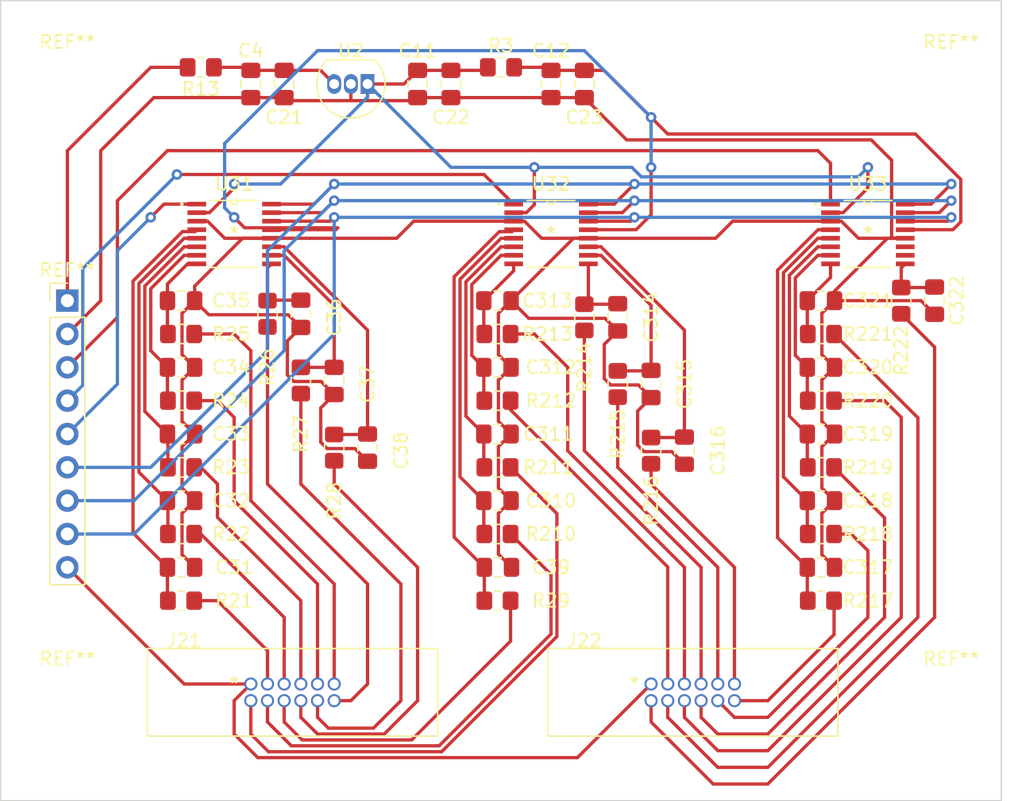
<source format=kicad_pcb>
(kicad_pcb (version 20171130) (host pcbnew "(5.1.10-1-10_14)")
  (layers (0 F.Cu signal) (31 B.Cu signal) (34 B.Paste user) (35 F.Paste user) (36 B.SilkS user) (37 F.SilkS user) (38 B.Mask user) (39 F.Mask user) (44 Edge.Cuts user))
  (net 0 "")
  (net 1 GND)
  (net 2 "Net-(C21-Pad1)")
  (net 3 VA)
  (net 4 VD)
  (net 5 P0)
  (net 6 P1)
  (net 7 P2)
  (net 8 P3)
  (net 9 P4)
  (net 10 P5)
  (net 11 P6)
  (net 12 P7)
  (net 13 P8)
  (net 14 P9)
  (net 15 P10)
  (net 16 P11)
  (net 17 P12)
  (net 18 P13)
  (net 19 P14)
  (net 20 P15)
  (net 21 P16)
  (net 22 P17)
  (net 23 P18)
  (net 24 P19)
  (net 25 P20)
  (net 26 P21)
  (net 27 V_3V3)
  (net 28 "Net-(J21-Pad2)")
  (net 29 "Net-(J21-Pad3)")
  (net 30 "Net-(J21-Pad4)")
  (net 31 "Net-(J21-Pad5)")
  (net 32 "Net-(J21-Pad6)")
  (net 33 "Net-(J21-Pad7)")
  (net 34 "Net-(J21-Pad8)")
  (net 35 "Net-(J21-Pad9)")
  (net 36 "Net-(J21-Pad10)")
  (net 37 "Net-(J21-Pad11)")
  (net 38 "Net-(J21-Pad12)")
  (net 39 "Net-(J22-Pad12)")
  (net 40 "Net-(J22-Pad11)")
  (net 41 "Net-(J22-Pad10)")
  (net 42 "Net-(J22-Pad9)")
  (net 43 "Net-(J22-Pad8)")
  (net 44 "Net-(J22-Pad7)")
  (net 45 "Net-(J22-Pad6)")
  (net 46 "Net-(J22-Pad5)")
  (net 47 "Net-(J22-Pad4)")
  (net 48 "Net-(J22-Pad3)")
  (net 49 "Net-(J22-Pad2)")
  (net 50 V_5V)
  (net 51 HSPI_MOSI)
  (net 52 HSPI_MISO)
  (net 53 HSPI_CLK)
  (net 54 CS_1)
  (net 55 CS_2)
  (net 56 CS_3)
  (net 57 "Net-(U33-Pad10)")
  (net 58 "Net-(U33-Pad11)")
  (module Connector_PinHeader_2.54mm:PinHeader_1x09_P2.54mm_Vertical (layer F.Cu) (at 140.97 66.04)
    (fp_text reference REF** (at 0 -2.33) (layer F.SilkS))
    (fp_text value PinHeader_1x09_P2.54mm_Vertical)
    (pad 9 thru_hole oval (at 0 20.32) (size 1.7 1.7) (drill 1) (layers *.Cu *.Mask) (net 27 V_3V3))
    (pad 8 thru_hole oval (at 0 17.78) (size 1.7 1.7) (drill 1) (layers *.Cu *.Mask) (net 51 HSPI_MOSI))
    (pad 7 thru_hole oval (at 0 15.24) (size 1.7 1.7) (drill 1) (layers *.Cu *.Mask) (net 52 HSPI_MISO))
    (pad 6 thru_hole oval (at 0 12.7) (size 1.7 1.7) (drill 1) (layers *.Cu *.Mask) (net 53 HSPI_CLK))
    (pad 5 thru_hole oval (at 0 10.16) (size 1.7 1.7) (drill 1) (layers *.Cu *.Mask) (net 54 CS_1))
    (pad 4 thru_hole oval (at 0 7.62) (size 1.7 1.7) (drill 1) (layers *.Cu *.Mask) (net 55 CS_2))
    (pad 3 thru_hole oval (at 0 5.08) (size 1.7 1.7) (drill 1) (layers *.Cu *.Mask) (net 56 CS_3))
    (pad 2 thru_hole oval (at 0 2.54) (size 1.7 1.7) (drill 1) (layers *.Cu *.Mask) (net 1 GND))
    (pad 1 thru_hole rect (at 0 0) (size 1.7 1.7) (drill 1) (layers *.Cu *.Mask) (net 50 V_5V))
  )
  (module MountingHole:MountingHole_2.1mm (layer F.Cu) (at 140.97 49.53)
    (fp_text reference REF** (at 0 -3.2) (layer F.SilkS))
    (fp_text value MountingHole_2.1mm)
    (pad "" np_thru_hole circle (at 0 0) (size 2.1 2.1) (drill 2.1) (layers *.Cu *.Mask))
  )
  (module MountingHole:MountingHole_2.1mm (layer F.Cu) (at 140.97 96.52)
    (fp_text reference REF** (at 0 -3.2) (layer F.SilkS))
    (fp_text value MountingHole_2.1mm)
    (pad "" np_thru_hole circle (at 0 0) (size 2.1 2.1) (drill 2.1) (layers *.Cu *.Mask))
  )
  (module MountingHole:MountingHole_2.1mm (layer F.Cu) (at 208.28 96.52)
    (fp_text reference REF** (at 0 -3.2) (layer F.SilkS))
    (fp_text value MountingHole_2.1mm)
    (pad "" np_thru_hole circle (at 0 0) (size 2.1 2.1) (drill 2.1) (layers *.Cu *.Mask))
  )
  (module MountingHole:MountingHole_2.1mm (layer F.Cu) (at 208.28 49.53)
    (fp_text reference REF** (at 0 -3.2) (layer F.SilkS))
    (fp_text value MountingHole_2.1mm)
    (pad "" np_thru_hole circle (at 0 0) (size 2.1 2.1) (drill 2.1) (layers *.Cu *.Mask))
  )
  (module _Defying_Gravity_Parts:M50-3550642 (layer F.Cu) (at 185.42 95.25)
    (fp_text reference J22 (at -5.08 -3.31) (layer F.SilkS))
    (fp_text value "PRESSURE SENSOR GRID")
    (fp_text user * (at -1.27 0) (layer F.SilkS))
    (pad 1 thru_hole circle (at 0 0) (size 1 1) (drill 0.7) (layers *.Cu *.Mask) (net 27 V_3V3))
    (pad 2 thru_hole circle (at 1.27 0) (size 1 1) (drill 0.7) (layers *.Cu *.Mask) (net 49 "Net-(J22-Pad2)"))
    (pad 3 thru_hole circle (at 2.54 0) (size 1 1) (drill 0.7) (layers *.Cu *.Mask) (net 48 "Net-(J22-Pad3)"))
    (pad 4 thru_hole circle (at 3.81 0) (size 1 1) (drill 0.7) (layers *.Cu *.Mask) (net 47 "Net-(J22-Pad4)"))
    (pad 5 thru_hole circle (at 5.08 0) (size 1 1) (drill 0.7) (layers *.Cu *.Mask) (net 46 "Net-(J22-Pad5)"))
    (pad 6 thru_hole circle (at 6.35 0) (size 1 1) (drill 0.7) (layers *.Cu *.Mask) (net 45 "Net-(J22-Pad6)"))
    (pad 12 thru_hole circle (at 0 1.27) (size 1 1) (drill 0.7) (layers *.Cu *.Mask) (net 39 "Net-(J22-Pad12)"))
    (pad 11 thru_hole circle (at 1.27 1.27) (size 1 1) (drill 0.7) (layers *.Cu *.Mask) (net 40 "Net-(J22-Pad11)"))
    (pad 10 thru_hole circle (at 2.54 1.27) (size 1 1) (drill 0.7) (layers *.Cu *.Mask) (net 41 "Net-(J22-Pad10)"))
    (pad 9 thru_hole circle (at 3.81 1.27) (size 1 1) (drill 0.7) (layers *.Cu *.Mask) (net 42 "Net-(J22-Pad9)"))
    (pad 8 thru_hole circle (at 5.08 1.27) (size 1 1) (drill 0.7) (layers *.Cu *.Mask) (net 43 "Net-(J22-Pad8)"))
    (pad 7 thru_hole circle (at 6.35 1.27) (size 1 1) (drill 0.7) (layers *.Cu *.Mask) (net 44 "Net-(J22-Pad7)"))
  )
  (module _Defying_Gravity_Parts:M50-3550642 (layer F.Cu) (at 154.94 95.25)
    (fp_text reference J21 (at -5.08 -3.31) (layer F.SilkS))
    (fp_text value "PRESSURE SENSOR GIRD w/ power")
    (fp_text user * (at -1.27 0) (layer F.SilkS))
    (pad 1 thru_hole circle (at 0 0) (size 1 1) (drill 0.7) (layers *.Cu *.Mask) (net 27 V_3V3))
    (pad 2 thru_hole circle (at 1.27 0) (size 1 1) (drill 0.7) (layers *.Cu *.Mask) (net 28 "Net-(J21-Pad2)"))
    (pad 3 thru_hole circle (at 2.54 0) (size 1 1) (drill 0.7) (layers *.Cu *.Mask) (net 29 "Net-(J21-Pad3)"))
    (pad 4 thru_hole circle (at 3.81 0) (size 1 1) (drill 0.7) (layers *.Cu *.Mask) (net 30 "Net-(J21-Pad4)"))
    (pad 5 thru_hole circle (at 5.08 0) (size 1 1) (drill 0.7) (layers *.Cu *.Mask) (net 31 "Net-(J21-Pad5)"))
    (pad 6 thru_hole circle (at 6.35 0) (size 1 1) (drill 0.7) (layers *.Cu *.Mask) (net 32 "Net-(J21-Pad6)"))
    (pad 12 thru_hole circle (at 0 1.27) (size 1 1) (drill 0.7) (layers *.Cu *.Mask) (net 38 "Net-(J21-Pad12)"))
    (pad 11 thru_hole circle (at 1.27 1.27) (size 1 1) (drill 0.7) (layers *.Cu *.Mask) (net 37 "Net-(J21-Pad11)"))
    (pad 10 thru_hole circle (at 2.54 1.27) (size 1 1) (drill 0.7) (layers *.Cu *.Mask) (net 36 "Net-(J21-Pad10)"))
    (pad 9 thru_hole circle (at 3.81 1.27) (size 1 1) (drill 0.7) (layers *.Cu *.Mask) (net 35 "Net-(J21-Pad9)"))
    (pad 8 thru_hole circle (at 5.08 1.27) (size 1 1) (drill 0.7) (layers *.Cu *.Mask) (net 34 "Net-(J21-Pad8)"))
    (pad 7 thru_hole circle (at 6.35 1.27) (size 1 1) (drill 0.7) (layers *.Cu *.Mask) (net 33 "Net-(J21-Pad7)"))
  )
  (module Capacitor_SMD:C_0805_2012Metric_Pad1.18x1.45mm_HandSolder (layer F.Cu) (at 154.94 49.53 270)
    (fp_text reference C4 (at -2.54 0 180) (layer F.SilkS))
    (fp_text value "1 uF")
    (pad 2 smd roundrect (at 1.0375 0 270) (size 1.175 1.45) (layers F.Cu F.Paste F.Mask) (roundrect_rratio 0.2127659574468085) (net 1 GND))
    (pad 1 smd roundrect (at -1.0375 0 270) (size 1.175 1.45) (layers F.Cu F.Paste F.Mask) (roundrect_rratio 0.2127659574468085) (net 2 "Net-(C21-Pad1)"))
  )
  (module Capacitor_SMD:C_0805_2012Metric_Pad1.18x1.45mm_HandSolder (layer F.Cu) (at 167.64 49.53 270)
    (fp_text reference C11 (at -2.54 0 180) (layer F.SilkS))
    (fp_text value "1 uF")
    (pad 2 smd roundrect (at 1.0375 0 270) (size 1.175 1.45) (layers F.Cu F.Paste F.Mask) (roundrect_rratio 0.2127659574468085) (net 1 GND))
    (pad 1 smd roundrect (at -1.0375 0 270) (size 1.175 1.45) (layers F.Cu F.Paste F.Mask) (roundrect_rratio 0.2127659574468085) (net 3 VA))
  )
  (module Capacitor_SMD:C_0805_2012Metric_Pad1.18x1.45mm_HandSolder (layer F.Cu) (at 177.8 49.53 270)
    (fp_text reference C12 (at -2.54 0 180) (layer F.SilkS))
    (fp_text value "1 uF")
    (pad 2 smd roundrect (at 1.0375 0 270) (size 1.175 1.45) (layers F.Cu F.Paste F.Mask) (roundrect_rratio 0.2127659574468085) (net 1 GND))
    (pad 1 smd roundrect (at -1.0375 0 270) (size 1.175 1.45) (layers F.Cu F.Paste F.Mask) (roundrect_rratio 0.2127659574468085) (net 4 VD))
  )
  (module Capacitor_SMD:C_0805_2012Metric_Pad1.18x1.45mm_HandSolder (layer F.Cu) (at 157.48 49.53 270)
    (fp_text reference C21 (at 2.54 0 180) (layer F.SilkS))
    (fp_text value "0.1 uF")
    (pad 2 smd roundrect (at 1.0375 0 270) (size 1.175 1.45) (layers F.Cu F.Paste F.Mask) (roundrect_rratio 0.2127659574468085) (net 1 GND))
    (pad 1 smd roundrect (at -1.0375 0 270) (size 1.175 1.45) (layers F.Cu F.Paste F.Mask) (roundrect_rratio 0.2127659574468085) (net 2 "Net-(C21-Pad1)"))
  )
  (module Capacitor_SMD:C_0805_2012Metric_Pad1.18x1.45mm_HandSolder (layer F.Cu) (at 170.18 49.53 270)
    (fp_text reference C22 (at 2.54 0 180) (layer F.SilkS))
    (fp_text value "0.1 uF")
    (pad 2 smd roundrect (at 1.0375 0 270) (size 1.175 1.45) (layers F.Cu F.Paste F.Mask) (roundrect_rratio 0.2127659574468085) (net 1 GND))
    (pad 1 smd roundrect (at -1.0375 0 270) (size 1.175 1.45) (layers F.Cu F.Paste F.Mask) (roundrect_rratio 0.2127659574468085) (net 3 VA))
  )
  (module Capacitor_SMD:C_0805_2012Metric_Pad1.18x1.45mm_HandSolder (layer F.Cu) (at 180.34 49.53 270)
    (fp_text reference C23 (at 2.54 0 180) (layer F.SilkS))
    (fp_text value "0.1 uF")
    (pad 1 smd roundrect (at -1.0375 0 270) (size 1.175 1.45) (layers F.Cu F.Paste F.Mask) (roundrect_rratio 0.2127659574468085) (net 4 VD))
    (pad 2 smd roundrect (at 1.0375 0 270) (size 1.175 1.45) (layers F.Cu F.Paste F.Mask) (roundrect_rratio 0.2127659574468085) (net 1 GND))
  )
  (module Resistor_SMD:R_0805_2012Metric_Pad1.20x1.40mm_HandSolder (layer F.Cu) (at 173.99 48.26)
    (fp_text reference R3 (at 0 -1.65) (layer F.SilkS))
    (fp_text value 51Ω)
    (pad 1 smd roundrect (at -1 0) (size 1.2 1.4) (layers F.Cu F.Paste F.Mask) (roundrect_rratio 0.2083325) (net 3 VA))
    (pad 2 smd roundrect (at 1 0) (size 1.2 1.4) (layers F.Cu F.Paste F.Mask) (roundrect_rratio 0.2083325) (net 4 VD))
  )
  (module Resistor_SMD:R_0805_2012Metric_Pad1.20x1.40mm_HandSolder (layer F.Cu) (at 151.13 48.26 180)
    (fp_text reference R13 (at 0 -1.65) (layer F.SilkS))
    (fp_text value "0 Ω")
    (pad 1 smd roundrect (at -1 0 180) (size 1.2 1.4) (layers F.Cu F.Paste F.Mask) (roundrect_rratio 0.2083325) (net 2 "Net-(C21-Pad1)"))
    (pad 2 smd roundrect (at 1 0 180) (size 1.2 1.4) (layers F.Cu F.Paste F.Mask) (roundrect_rratio 0.2083325) (net 50 V_5V))
  )
  (module Package_TO_SOT_THT:TO-92_Inline (layer F.Cu) (at 163.83 49.53 180)
    (fp_text reference U2 (at 1.27 2.54) (layer F.SilkS))
    (fp_text value LP2950-3.0_TO92)
    (pad 2 thru_hole oval (at 1.27 0 180) (size 1.05 1.5) (drill 0.75) (layers *.Cu *.Mask) (net 1 GND))
    (pad 3 thru_hole oval (at 2.54 0 180) (size 1.05 1.5) (drill 0.75) (layers *.Cu *.Mask) (net 2 "Net-(C21-Pad1)"))
    (pad 1 thru_hole rect (at 0 0 180) (size 1.05 1.5) (drill 0.75) (layers *.Cu *.Mask) (net 3 VA))
  )
  (module _Defying_Gravity_Parts:ADC088S102CIMT&slash_NOPB (layer F.Cu) (at 153.67 60.96)
    (fp_text reference U31 (at 0 -3.81) (layer F.SilkS))
    (fp_text value ADC088S102CIMT_NOPB hide)
    (fp_text user * (at 0 0) (layer F.SilkS))
    (pad 1 smd rect (at -2.8448 -2.274999) (size 1.4224 0.3556) (layers F.Cu F.Paste F.Mask) (net 54 CS_1))
    (pad 2 smd rect (at -2.8448 -1.625001) (size 1.4224 0.3556) (layers F.Cu F.Paste F.Mask) (net 3 VA))
    (pad 3 smd rect (at -2.8448 -0.974999) (size 1.4224 0.3556) (layers F.Cu F.Paste F.Mask) (net 1 GND))
    (pad 4 smd rect (at -2.8448 -0.325001) (size 1.4224 0.3556) (layers F.Cu F.Paste F.Mask) (net 5 P0))
    (pad 5 smd rect (at -2.8448 0.324998) (size 1.4224 0.3556) (layers F.Cu F.Paste F.Mask) (net 6 P1))
    (pad 6 smd rect (at -2.8448 0.974999) (size 1.4224 0.3556) (layers F.Cu F.Paste F.Mask) (net 7 P2))
    (pad 7 smd rect (at -2.8448 1.624998) (size 1.4224 0.3556) (layers F.Cu F.Paste F.Mask) (net 8 P3))
    (pad 8 smd rect (at -2.8448 2.274999) (size 1.4224 0.3556) (layers F.Cu F.Paste F.Mask) (net 9 P4))
    (pad 9 smd rect (at 2.8448 2.274999) (size 1.4224 0.3556) (layers F.Cu F.Paste F.Mask) (net 10 P5))
    (pad 10 smd rect (at 2.8448 1.625001) (size 1.4224 0.3556) (layers F.Cu F.Paste F.Mask) (net 11 P6))
    (pad 11 smd rect (at 2.8448 0.974999) (size 1.4224 0.3556) (layers F.Cu F.Paste F.Mask) (net 12 P7))
    (pad 12 smd rect (at 2.8448 0.325001) (size 1.4224 0.3556) (layers F.Cu F.Paste F.Mask) (net 1 GND))
    (pad 13 smd rect (at 2.8448 -0.324998) (size 1.4224 0.3556) (layers F.Cu F.Paste F.Mask) (net 4 VD))
    (pad 14 smd rect (at 2.8448 -0.974999) (size 1.4224 0.3556) (layers F.Cu F.Paste F.Mask) (net 51 HSPI_MOSI))
    (pad 15 smd rect (at 2.8448 -1.624998) (size 1.4224 0.3556) (layers F.Cu F.Paste F.Mask) (net 52 HSPI_MISO))
    (pad 16 smd rect (at 2.8448 -2.274999) (size 1.4224 0.3556) (layers F.Cu F.Paste F.Mask) (net 53 HSPI_CLK))
  )
  (module _Defying_Gravity_Parts:ADC088S102CIMT&slash_NOPB (layer F.Cu) (at 177.8 60.96)
    (fp_text reference U32 (at 0 -3.81) (layer F.SilkS))
    (fp_text value ADC088S102CIMT_NOPB hide)
    (fp_text user * (at 0 0) (layer F.SilkS))
    (pad 16 smd rect (at 2.8448 -2.274999) (size 1.4224 0.3556) (layers F.Cu F.Paste F.Mask) (net 53 HSPI_CLK))
    (pad 15 smd rect (at 2.8448 -1.624998) (size 1.4224 0.3556) (layers F.Cu F.Paste F.Mask) (net 52 HSPI_MISO))
    (pad 14 smd rect (at 2.8448 -0.974999) (size 1.4224 0.3556) (layers F.Cu F.Paste F.Mask) (net 51 HSPI_MOSI))
    (pad 13 smd rect (at 2.8448 -0.324998) (size 1.4224 0.3556) (layers F.Cu F.Paste F.Mask) (net 4 VD))
    (pad 12 smd rect (at 2.8448 0.325001) (size 1.4224 0.3556) (layers F.Cu F.Paste F.Mask) (net 1 GND))
    (pad 11 smd rect (at 2.8448 0.974999) (size 1.4224 0.3556) (layers F.Cu F.Paste F.Mask) (net 20 P15))
    (pad 10 smd rect (at 2.8448 1.625001) (size 1.4224 0.3556) (layers F.Cu F.Paste F.Mask) (net 19 P14))
    (pad 9 smd rect (at 2.8448 2.274999) (size 1.4224 0.3556) (layers F.Cu F.Paste F.Mask) (net 18 P13))
    (pad 8 smd rect (at -2.8448 2.274999) (size 1.4224 0.3556) (layers F.Cu F.Paste F.Mask) (net 17 P12))
    (pad 7 smd rect (at -2.8448 1.624998) (size 1.4224 0.3556) (layers F.Cu F.Paste F.Mask) (net 16 P11))
    (pad 6 smd rect (at -2.8448 0.974999) (size 1.4224 0.3556) (layers F.Cu F.Paste F.Mask) (net 15 P10))
    (pad 5 smd rect (at -2.8448 0.324998) (size 1.4224 0.3556) (layers F.Cu F.Paste F.Mask) (net 14 P9))
    (pad 4 smd rect (at -2.8448 -0.325001) (size 1.4224 0.3556) (layers F.Cu F.Paste F.Mask) (net 13 P8))
    (pad 3 smd rect (at -2.8448 -0.974999) (size 1.4224 0.3556) (layers F.Cu F.Paste F.Mask) (net 1 GND))
    (pad 2 smd rect (at -2.8448 -1.625001) (size 1.4224 0.3556) (layers F.Cu F.Paste F.Mask) (net 3 VA))
    (pad 1 smd rect (at -2.8448 -2.274999) (size 1.4224 0.3556) (layers F.Cu F.Paste F.Mask) (net 55 CS_2))
  )
  (module _Defying_Gravity_Parts:ADC088S102CIMT&slash_NOPB (layer F.Cu) (at 201.93 60.96)
    (fp_text reference U33 (at 0 -3.81) (layer F.SilkS))
    (fp_text value ADC088S102CIMT_NOPB hide)
    (fp_text user * (at 0 0) (layer F.SilkS))
    (pad 1 smd rect (at -2.8448 -2.274999) (size 1.4224 0.3556) (layers F.Cu F.Paste F.Mask) (net 56 CS_3))
    (pad 2 smd rect (at -2.8448 -1.625001) (size 1.4224 0.3556) (layers F.Cu F.Paste F.Mask) (net 3 VA))
    (pad 3 smd rect (at -2.8448 -0.974999) (size 1.4224 0.3556) (layers F.Cu F.Paste F.Mask) (net 1 GND))
    (pad 4 smd rect (at -2.8448 -0.325001) (size 1.4224 0.3556) (layers F.Cu F.Paste F.Mask) (net 21 P16))
    (pad 5 smd rect (at -2.8448 0.324998) (size 1.4224 0.3556) (layers F.Cu F.Paste F.Mask) (net 22 P17))
    (pad 6 smd rect (at -2.8448 0.974999) (size 1.4224 0.3556) (layers F.Cu F.Paste F.Mask) (net 23 P18))
    (pad 7 smd rect (at -2.8448 1.624998) (size 1.4224 0.3556) (layers F.Cu F.Paste F.Mask) (net 24 P19))
    (pad 8 smd rect (at -2.8448 2.274999) (size 1.4224 0.3556) (layers F.Cu F.Paste F.Mask) (net 25 P20))
    (pad 9 smd rect (at 2.8448 2.274999) (size 1.4224 0.3556) (layers F.Cu F.Paste F.Mask) (net 26 P21))
    (pad 10 smd rect (at 2.8448 1.625001) (size 1.4224 0.3556) (layers F.Cu F.Paste F.Mask) (net 57 "Net-(U33-Pad10)"))
    (pad 11 smd rect (at 2.8448 0.974999) (size 1.4224 0.3556) (layers F.Cu F.Paste F.Mask) (net 58 "Net-(U33-Pad11)"))
    (pad 12 smd rect (at 2.8448 0.325001) (size 1.4224 0.3556) (layers F.Cu F.Paste F.Mask) (net 1 GND))
    (pad 13 smd rect (at 2.8448 -0.324998) (size 1.4224 0.3556) (layers F.Cu F.Paste F.Mask) (net 4 VD))
    (pad 14 smd rect (at 2.8448 -0.974999) (size 1.4224 0.3556) (layers F.Cu F.Paste F.Mask) (net 51 HSPI_MOSI))
    (pad 15 smd rect (at 2.8448 -1.624998) (size 1.4224 0.3556) (layers F.Cu F.Paste F.Mask) (net 52 HSPI_MISO))
    (pad 16 smd rect (at 2.8448 -2.274999) (size 1.4224 0.3556) (layers F.Cu F.Paste F.Mask) (net 53 HSPI_CLK))
  )
  (module Capacitor_SMD:C_0805_2012Metric_Pad1.18x1.45mm_HandSolder (layer F.Cu) (at 149.6275 86.36)
    (fp_text reference C31 (at 4.0425 0) (layer F.SilkS))
    (fp_text value 1nF)
    (pad 1 smd roundrect (at -1.0375 0) (size 1.175 1.45) (layers F.Cu F.Paste F.Mask) (roundrect_rratio 0.2127659574468085) (net 5 P0))
    (pad 2 smd roundrect (at 1.0375 0) (size 1.175 1.45) (layers F.Cu F.Paste F.Mask) (roundrect_rratio 0.2127659574468085) (net 1 GND))
  )
  (module Capacitor_SMD:C_0805_2012Metric_Pad1.18x1.45mm_HandSolder (layer F.Cu) (at 149.6275 81.28)
    (fp_text reference C32 (at 3.81 0) (layer F.SilkS))
    (fp_text value 1nF)
    (pad 1 smd roundrect (at -1.0375 0) (size 1.175 1.45) (layers F.Cu F.Paste F.Mask) (roundrect_rratio 0.2127659574468085) (net 6 P1))
    (pad 2 smd roundrect (at 1.0375 0) (size 1.175 1.45) (layers F.Cu F.Paste F.Mask) (roundrect_rratio 0.2127659574468085) (net 1 GND))
  )
  (module Capacitor_SMD:C_0805_2012Metric_Pad1.18x1.45mm_HandSolder (layer F.Cu) (at 149.6275 76.2)
    (fp_text reference C33 (at 3.81 0) (layer F.SilkS))
    (fp_text value 1nF)
    (pad 2 smd roundrect (at 1.0375 0) (size 1.175 1.45) (layers F.Cu F.Paste F.Mask) (roundrect_rratio 0.2127659574468085) (net 1 GND))
    (pad 1 smd roundrect (at -1.0375 0) (size 1.175 1.45) (layers F.Cu F.Paste F.Mask) (roundrect_rratio 0.2127659574468085) (net 7 P2))
  )
  (module Capacitor_SMD:C_0805_2012Metric_Pad1.18x1.45mm_HandSolder (layer F.Cu) (at 149.6275 71.12)
    (fp_text reference C34 (at 3.81 0) (layer F.SilkS))
    (fp_text value 1nF)
    (pad 2 smd roundrect (at 1.0375 0) (size 1.175 1.45) (layers F.Cu F.Paste F.Mask) (roundrect_rratio 0.2127659574468085) (net 1 GND))
    (pad 1 smd roundrect (at -1.0375 0) (size 1.175 1.45) (layers F.Cu F.Paste F.Mask) (roundrect_rratio 0.2127659574468085) (net 8 P3))
  )
  (module Capacitor_SMD:C_0805_2012Metric_Pad1.18x1.45mm_HandSolder (layer F.Cu) (at 149.6275 66.04)
    (fp_text reference C35 (at 3.81 0) (layer F.SilkS))
    (fp_text value 1nF)
    (pad 2 smd roundrect (at 1.0375 0) (size 1.175 1.45) (layers F.Cu F.Paste F.Mask) (roundrect_rratio 0.2127659574468085) (net 1 GND))
    (pad 1 smd roundrect (at -1.0375 0) (size 1.175 1.45) (layers F.Cu F.Paste F.Mask) (roundrect_rratio 0.2127659574468085) (net 9 P4))
  )
  (module Capacitor_SMD:C_0805_2012Metric_Pad1.18x1.45mm_HandSolder (layer F.Cu) (at 158.75 67.04 270)
    (fp_text reference C36 (at 0.27 -2.54 90) (layer F.SilkS))
    (fp_text value 1nF)
    (pad 1 smd roundrect (at -1.0375 0 270) (size 1.175 1.45) (layers F.Cu F.Paste F.Mask) (roundrect_rratio 0.2127659574468085) (net 10 P5))
    (pad 2 smd roundrect (at 1.0375 0 270) (size 1.175 1.45) (layers F.Cu F.Paste F.Mask) (roundrect_rratio 0.2127659574468085) (net 1 GND))
  )
  (module Capacitor_SMD:C_0805_2012Metric_Pad1.18x1.45mm_HandSolder (layer F.Cu) (at 161.29 72.1575 270)
    (fp_text reference C37 (at 0.2325 -2.54 90) (layer F.SilkS))
    (fp_text value 1nF)
    (pad 1 smd roundrect (at -1.0375 0 270) (size 1.175 1.45) (layers F.Cu F.Paste F.Mask) (roundrect_rratio 0.2127659574468085) (net 11 P6))
    (pad 2 smd roundrect (at 1.0375 0 270) (size 1.175 1.45) (layers F.Cu F.Paste F.Mask) (roundrect_rratio 0.2127659574468085) (net 1 GND))
  )
  (module Capacitor_SMD:C_0805_2012Metric_Pad1.18x1.45mm_HandSolder (layer F.Cu) (at 163.83 77.2375 270)
    (fp_text reference C38 (at 0.2325 -2.54 90) (layer F.SilkS))
    (fp_text value 1nF)
    (pad 1 smd roundrect (at -1.0375 0 270) (size 1.175 1.45) (layers F.Cu F.Paste F.Mask) (roundrect_rratio 0.2127659574468085) (net 12 P7))
    (pad 2 smd roundrect (at 1.0375 0 270) (size 1.175 1.45) (layers F.Cu F.Paste F.Mask) (roundrect_rratio 0.2127659574468085) (net 1 GND))
  )
  (module Capacitor_SMD:C_0805_2012Metric_Pad1.18x1.45mm_HandSolder (layer F.Cu) (at 173.7575 86.36)
    (fp_text reference C39 (at 4.0425 0) (layer F.SilkS))
    (fp_text value 1nF)
    (pad 2 smd roundrect (at 1.0375 0) (size 1.175 1.45) (layers F.Cu F.Paste F.Mask) (roundrect_rratio 0.2127659574468085) (net 1 GND))
    (pad 1 smd roundrect (at -1.0375 0) (size 1.175 1.45) (layers F.Cu F.Paste F.Mask) (roundrect_rratio 0.2127659574468085) (net 13 P8))
  )
  (module Capacitor_SMD:C_0805_2012Metric_Pad1.18x1.45mm_HandSolder (layer F.Cu) (at 173.72 81.28)
    (fp_text reference C310 (at 4.08 0) (layer F.SilkS))
    (fp_text value 1nF)
    (pad 1 smd roundrect (at -1.0375 0) (size 1.175 1.45) (layers F.Cu F.Paste F.Mask) (roundrect_rratio 0.2127659574468085) (net 14 P9))
    (pad 2 smd roundrect (at 1.0375 0) (size 1.175 1.45) (layers F.Cu F.Paste F.Mask) (roundrect_rratio 0.2127659574468085) (net 1 GND))
  )
  (module Capacitor_SMD:C_0805_2012Metric_Pad1.18x1.45mm_HandSolder (layer F.Cu) (at 173.72 76.2)
    (fp_text reference C311 (at 3.885 0) (layer F.SilkS))
    (fp_text value 1nF)
    (pad 2 smd roundrect (at 1.0375 0) (size 1.175 1.45) (layers F.Cu F.Paste F.Mask) (roundrect_rratio 0.2127659574468085) (net 1 GND))
    (pad 1 smd roundrect (at -1.0375 0) (size 1.175 1.45) (layers F.Cu F.Paste F.Mask) (roundrect_rratio 0.2127659574468085) (net 15 P10))
  )
  (module Capacitor_SMD:C_0805_2012Metric_Pad1.18x1.45mm_HandSolder (layer F.Cu) (at 173.72 71.12)
    (fp_text reference C312 (at 4.08 0) (layer F.SilkS))
    (fp_text value 1nF)
    (pad 2 smd roundrect (at 1.0375 0) (size 1.175 1.45) (layers F.Cu F.Paste F.Mask) (roundrect_rratio 0.2127659574468085) (net 1 GND))
    (pad 1 smd roundrect (at -1.0375 0) (size 1.175 1.45) (layers F.Cu F.Paste F.Mask) (roundrect_rratio 0.2127659574468085) (net 16 P11))
  )
  (module Capacitor_SMD:C_0805_2012Metric_Pad1.18x1.45mm_HandSolder (layer F.Cu) (at 173.72 66.04)
    (fp_text reference C313 (at 3.81 0) (layer F.SilkS))
    (fp_text value 1nF)
    (pad 2 smd roundrect (at 1.0375 0) (size 1.175 1.45) (layers F.Cu F.Paste F.Mask) (roundrect_rratio 0.2127659574468085) (net 1 GND))
    (pad 1 smd roundrect (at -1.0375 0) (size 1.175 1.45) (layers F.Cu F.Paste F.Mask) (roundrect_rratio 0.2127659574468085) (net 17 P12))
  )
  (module Capacitor_SMD:C_0805_2012Metric_Pad1.18x1.45mm_HandSolder (layer F.Cu) (at 182.88 67.31 270)
    (fp_text reference C314 (at 0 -2.54 90) (layer F.SilkS))
    (fp_text value 1nF)
    (pad 1 smd roundrect (at -1.0375 0 270) (size 1.175 1.45) (layers F.Cu F.Paste F.Mask) (roundrect_rratio 0.2127659574468085) (net 18 P13))
    (pad 2 smd roundrect (at 1.0375 0 270) (size 1.175 1.45) (layers F.Cu F.Paste F.Mask) (roundrect_rratio 0.2127659574468085) (net 1 GND))
  )
  (module Capacitor_SMD:C_0805_2012Metric_Pad1.18x1.45mm_HandSolder (layer F.Cu) (at 185.42 72.39 270)
    (fp_text reference C315 (at 0 -2.54 90) (layer F.SilkS))
    (fp_text value 1nF)
    (pad 1 smd roundrect (at -1.0375 0 270) (size 1.175 1.45) (layers F.Cu F.Paste F.Mask) (roundrect_rratio 0.2127659574468085) (net 19 P14))
    (pad 2 smd roundrect (at 1.0375 0 270) (size 1.175 1.45) (layers F.Cu F.Paste F.Mask) (roundrect_rratio 0.2127659574468085) (net 1 GND))
  )
  (module Capacitor_SMD:C_0805_2012Metric_Pad1.18x1.45mm_HandSolder (layer F.Cu) (at 187.96 77.47 270)
    (fp_text reference C316 (at 0 -2.54 90) (layer F.SilkS))
    (fp_text value 1nF)
    (pad 1 smd roundrect (at -1.0375 0 270) (size 1.175 1.45) (layers F.Cu F.Paste F.Mask) (roundrect_rratio 0.2127659574468085) (net 20 P15))
    (pad 2 smd roundrect (at 1.0375 0 270) (size 1.175 1.45) (layers F.Cu F.Paste F.Mask) (roundrect_rratio 0.2127659574468085) (net 1 GND))
  )
  (module Capacitor_SMD:C_0805_2012Metric_Pad1.18x1.45mm_HandSolder (layer F.Cu) (at 198.3525 86.36)
    (fp_text reference C317 (at 3.5775 0) (layer F.SilkS))
    (fp_text value 1nF)
    (pad 1 smd roundrect (at -1.0375 0) (size 1.175 1.45) (layers F.Cu F.Paste F.Mask) (roundrect_rratio 0.2127659574468085) (net 21 P16))
    (pad 2 smd roundrect (at 1.0375 0) (size 1.175 1.45) (layers F.Cu F.Paste F.Mask) (roundrect_rratio 0.2127659574468085) (net 1 GND))
  )
  (module Capacitor_SMD:C_0805_2012Metric_Pad1.18x1.45mm_HandSolder (layer F.Cu) (at 198.3525 81.28)
    (fp_text reference C318 (at 3.5775 0) (layer F.SilkS))
    (fp_text value 1nF)
    (pad 1 smd roundrect (at -1.0375 0) (size 1.175 1.45) (layers F.Cu F.Paste F.Mask) (roundrect_rratio 0.2127659574468085) (net 22 P17))
    (pad 2 smd roundrect (at 1.0375 0) (size 1.175 1.45) (layers F.Cu F.Paste F.Mask) (roundrect_rratio 0.2127659574468085) (net 1 GND))
  )
  (module Capacitor_SMD:C_0805_2012Metric_Pad1.18x1.45mm_HandSolder (layer F.Cu) (at 198.3525 76.2)
    (fp_text reference C319 (at 3.5775 0) (layer F.SilkS))
    (fp_text value 1nF)
    (pad 2 smd roundrect (at 1.0375 0) (size 1.175 1.45) (layers F.Cu F.Paste F.Mask) (roundrect_rratio 0.2127659574468085) (net 1 GND))
    (pad 1 smd roundrect (at -1.0375 0) (size 1.175 1.45) (layers F.Cu F.Paste F.Mask) (roundrect_rratio 0.2127659574468085) (net 23 P18))
  )
  (module Capacitor_SMD:C_0805_2012Metric_Pad1.18x1.45mm_HandSolder (layer F.Cu) (at 198.3525 71.12)
    (fp_text reference C320 (at 3.5775 0) (layer F.SilkS))
    (fp_text value 1nF)
    (pad 1 smd roundrect (at -1.0375 0) (size 1.175 1.45) (layers F.Cu F.Paste F.Mask) (roundrect_rratio 0.2127659574468085) (net 24 P19))
    (pad 2 smd roundrect (at 1.0375 0) (size 1.175 1.45) (layers F.Cu F.Paste F.Mask) (roundrect_rratio 0.2127659574468085) (net 1 GND))
  )
  (module Capacitor_SMD:C_0805_2012Metric_Pad1.18x1.45mm_HandSolder (layer F.Cu) (at 198.3525 66.04)
    (fp_text reference C321 (at 3.5775 0) (layer F.SilkS))
    (fp_text value 1nF)
    (pad 2 smd roundrect (at 1.0375 0) (size 1.175 1.45) (layers F.Cu F.Paste F.Mask) (roundrect_rratio 0.2127659574468085) (net 1 GND))
    (pad 1 smd roundrect (at -1.0375 0) (size 1.175 1.45) (layers F.Cu F.Paste F.Mask) (roundrect_rratio 0.2127659574468085) (net 25 P20))
  )
  (module Capacitor_SMD:C_0805_2012Metric_Pad1.18x1.45mm_HandSolder (layer F.Cu) (at 207.01 66.04 270)
    (fp_text reference C322 (at 0 -1.68 90) (layer F.SilkS))
    (fp_text value 1nF)
    (pad 2 smd roundrect (at 1.0375 0 270) (size 1.175 1.45) (layers F.Cu F.Paste F.Mask) (roundrect_rratio 0.2127659574468085) (net 1 GND))
    (pad 1 smd roundrect (at -1.0375 0 270) (size 1.175 1.45) (layers F.Cu F.Paste F.Mask) (roundrect_rratio 0.2127659574468085) (net 26 P21))
  )
  (module Resistor_SMD:R_0805_2012Metric_Pad1.20x1.40mm_HandSolder (layer F.Cu) (at 149.6275 88.9 180)
    (fp_text reference R21 (at -4.0425 0) (layer F.SilkS))
    (fp_text value 22Ω)
    (pad 2 smd roundrect (at 1 0 180) (size 1.2 1.4) (layers F.Cu F.Paste F.Mask) (roundrect_rratio 0.2083325) (net 5 P0))
    (pad 1 smd roundrect (at -1 0 180) (size 1.2 1.4) (layers F.Cu F.Paste F.Mask) (roundrect_rratio 0.2083325) (net 28 "Net-(J21-Pad2)"))
  )
  (module Resistor_SMD:R_0805_2012Metric_Pad1.20x1.40mm_HandSolder (layer F.Cu) (at 149.6275 83.82 180)
    (fp_text reference R22 (at -3.81 0) (layer F.SilkS))
    (fp_text value 22Ω)
    (pad 2 smd roundrect (at 1 0 180) (size 1.2 1.4) (layers F.Cu F.Paste F.Mask) (roundrect_rratio 0.2083325) (net 6 P1))
    (pad 1 smd roundrect (at -1 0 180) (size 1.2 1.4) (layers F.Cu F.Paste F.Mask) (roundrect_rratio 0.2083325) (net 29 "Net-(J21-Pad3)"))
  )
  (module Resistor_SMD:R_0805_2012Metric_Pad1.20x1.40mm_HandSolder (layer F.Cu) (at 149.6275 78.74 180)
    (fp_text reference R23 (at -3.81 0) (layer F.SilkS))
    (fp_text value 22Ω)
    (pad 2 smd roundrect (at 1 0 180) (size 1.2 1.4) (layers F.Cu F.Paste F.Mask) (roundrect_rratio 0.2083325) (net 7 P2))
    (pad 1 smd roundrect (at -1 0 180) (size 1.2 1.4) (layers F.Cu F.Paste F.Mask) (roundrect_rratio 0.2083325) (net 30 "Net-(J21-Pad4)"))
  )
  (module Resistor_SMD:R_0805_2012Metric_Pad1.20x1.40mm_HandSolder (layer F.Cu) (at 149.6275 73.66 180)
    (fp_text reference R24 (at -3.81 0) (layer F.SilkS))
    (fp_text value 22Ω)
    (pad 2 smd roundrect (at 1 0 180) (size 1.2 1.4) (layers F.Cu F.Paste F.Mask) (roundrect_rratio 0.2083325) (net 8 P3))
    (pad 1 smd roundrect (at -1 0 180) (size 1.2 1.4) (layers F.Cu F.Paste F.Mask) (roundrect_rratio 0.2083325) (net 31 "Net-(J21-Pad5)"))
  )
  (module Resistor_SMD:R_0805_2012Metric_Pad1.20x1.40mm_HandSolder (layer F.Cu) (at 149.6275 68.58 180)
    (fp_text reference R25 (at -3.81 0) (layer F.SilkS))
    (fp_text value 22Ω)
    (pad 1 smd roundrect (at -1 0 180) (size 1.2 1.4) (layers F.Cu F.Paste F.Mask) (roundrect_rratio 0.2083325) (net 32 "Net-(J21-Pad6)"))
    (pad 2 smd roundrect (at 1 0 180) (size 1.2 1.4) (layers F.Cu F.Paste F.Mask) (roundrect_rratio 0.2083325) (net 9 P4))
  )
  (module Resistor_SMD:R_0805_2012Metric_Pad1.20x1.40mm_HandSolder (layer F.Cu) (at 156.21 67.04 90)
    (fp_text reference R26 (at -4.08 0 90) (layer F.SilkS))
    (fp_text value 22Ω)
    (pad 1 smd roundrect (at -1 0 90) (size 1.2 1.4) (layers F.Cu F.Paste F.Mask) (roundrect_rratio 0.2083325) (net 33 "Net-(J21-Pad7)"))
    (pad 2 smd roundrect (at 1 0 90) (size 1.2 1.4) (layers F.Cu F.Paste F.Mask) (roundrect_rratio 0.2083325) (net 10 P5))
  )
  (module Resistor_SMD:R_0805_2012Metric_Pad1.20x1.40mm_HandSolder (layer F.Cu) (at 158.75 72.12 90)
    (fp_text reference R27 (at -4.08 0 90) (layer F.SilkS))
    (fp_text value 22Ω)
    (pad 1 smd roundrect (at -1 0 90) (size 1.2 1.4) (layers F.Cu F.Paste F.Mask) (roundrect_rratio 0.2083325) (net 34 "Net-(J21-Pad8)"))
    (pad 2 smd roundrect (at 1 0 90) (size 1.2 1.4) (layers F.Cu F.Paste F.Mask) (roundrect_rratio 0.2083325) (net 11 P6))
  )
  (module Resistor_SMD:R_0805_2012Metric_Pad1.20x1.40mm_HandSolder (layer F.Cu) (at 161.29 77.2375 90)
    (fp_text reference R28 (at -4.0425 0 90) (layer F.SilkS))
    (fp_text value 22Ω)
    (pad 2 smd roundrect (at 1 0 90) (size 1.2 1.4) (layers F.Cu F.Paste F.Mask) (roundrect_rratio 0.2083325) (net 12 P7))
    (pad 1 smd roundrect (at -1 0 90) (size 1.2 1.4) (layers F.Cu F.Paste F.Mask) (roundrect_rratio 0.2083325) (net 35 "Net-(J21-Pad9)"))
  )
  (module Resistor_SMD:R_0805_2012Metric_Pad1.20x1.40mm_HandSolder (layer F.Cu) (at 173.72 88.9 180)
    (fp_text reference R29 (at -4.08 0) (layer F.SilkS))
    (fp_text value 22Ω)
    (pad 1 smd roundrect (at -1 0 180) (size 1.2 1.4) (layers F.Cu F.Paste F.Mask) (roundrect_rratio 0.2083325) (net 36 "Net-(J21-Pad10)"))
    (pad 2 smd roundrect (at 1 0 180) (size 1.2 1.4) (layers F.Cu F.Paste F.Mask) (roundrect_rratio 0.2083325) (net 13 P8))
  )
  (module Resistor_SMD:R_0805_2012Metric_Pad1.20x1.40mm_HandSolder (layer F.Cu) (at 173.72 83.82 180)
    (fp_text reference R210 (at -4.08 0) (layer F.SilkS))
    (fp_text value 22Ω)
    (pad 2 smd roundrect (at 1 0 180) (size 1.2 1.4) (layers F.Cu F.Paste F.Mask) (roundrect_rratio 0.2083325) (net 14 P9))
    (pad 1 smd roundrect (at -1 0 180) (size 1.2 1.4) (layers F.Cu F.Paste F.Mask) (roundrect_rratio 0.2083325) (net 37 "Net-(J21-Pad11)"))
  )
  (module Resistor_SMD:R_0805_2012Metric_Pad1.20x1.40mm_HandSolder (layer F.Cu) (at 173.72 78.74 180)
    (fp_text reference R211 (at -3.885 0) (layer F.SilkS))
    (fp_text value 22Ω)
    (pad 1 smd roundrect (at -1 0 180) (size 1.2 1.4) (layers F.Cu F.Paste F.Mask) (roundrect_rratio 0.2083325) (net 38 "Net-(J21-Pad12)"))
    (pad 2 smd roundrect (at 1 0 180) (size 1.2 1.4) (layers F.Cu F.Paste F.Mask) (roundrect_rratio 0.2083325) (net 15 P10))
  )
  (module Resistor_SMD:R_0805_2012Metric_Pad1.20x1.40mm_HandSolder (layer F.Cu) (at 173.72 73.66 180)
    (fp_text reference R212 (at -4.08 0) (layer F.SilkS))
    (fp_text value 22Ω)
    (pad 2 smd roundrect (at 1 0 180) (size 1.2 1.4) (layers F.Cu F.Paste F.Mask) (roundrect_rratio 0.2083325) (net 16 P11))
    (pad 1 smd roundrect (at -1 0 180) (size 1.2 1.4) (layers F.Cu F.Paste F.Mask) (roundrect_rratio 0.2083325) (net 49 "Net-(J22-Pad2)"))
  )
  (module Resistor_SMD:R_0805_2012Metric_Pad1.20x1.40mm_HandSolder (layer F.Cu) (at 173.72 68.58 180)
    (fp_text reference R213 (at -3.81 0) (layer F.SilkS))
    (fp_text value 22Ω)
    (pad 2 smd roundrect (at 1 0 180) (size 1.2 1.4) (layers F.Cu F.Paste F.Mask) (roundrect_rratio 0.2083325) (net 17 P12))
    (pad 1 smd roundrect (at -1 0 180) (size 1.2 1.4) (layers F.Cu F.Paste F.Mask) (roundrect_rratio 0.2083325) (net 48 "Net-(J22-Pad3)"))
  )
  (module Resistor_SMD:R_0805_2012Metric_Pad1.20x1.40mm_HandSolder (layer F.Cu) (at 180.34 67.31 90)
    (fp_text reference R214 (at -3.81 0 90) (layer F.SilkS))
    (fp_text value 22Ω)
    (pad 1 smd roundrect (at -1 0 90) (size 1.2 1.4) (layers F.Cu F.Paste F.Mask) (roundrect_rratio 0.2083325) (net 47 "Net-(J22-Pad4)"))
    (pad 2 smd roundrect (at 1 0 90) (size 1.2 1.4) (layers F.Cu F.Paste F.Mask) (roundrect_rratio 0.2083325) (net 18 P13))
  )
  (module Resistor_SMD:R_0805_2012Metric_Pad1.20x1.40mm_HandSolder (layer F.Cu) (at 182.88 72.39 90)
    (fp_text reference R215 (at -3.81 0 90) (layer F.SilkS))
    (fp_text value 22Ω)
    (pad 1 smd roundrect (at -1 0 90) (size 1.2 1.4) (layers F.Cu F.Paste F.Mask) (roundrect_rratio 0.2083325) (net 46 "Net-(J22-Pad5)"))
    (pad 2 smd roundrect (at 1 0 90) (size 1.2 1.4) (layers F.Cu F.Paste F.Mask) (roundrect_rratio 0.2083325) (net 19 P14))
  )
  (module Resistor_SMD:R_0805_2012Metric_Pad1.20x1.40mm_HandSolder (layer F.Cu) (at 185.42 77.47 90)
    (fp_text reference R216 (at -3.81 0 90) (layer F.SilkS))
    (fp_text value 22Ω)
    (pad 1 smd roundrect (at -1 0 90) (size 1.2 1.4) (layers F.Cu F.Paste F.Mask) (roundrect_rratio 0.2083325) (net 45 "Net-(J22-Pad6)"))
    (pad 2 smd roundrect (at 1 0 90) (size 1.2 1.4) (layers F.Cu F.Paste F.Mask) (roundrect_rratio 0.2083325) (net 20 P15))
  )
  (module Resistor_SMD:R_0805_2012Metric_Pad1.20x1.40mm_HandSolder (layer F.Cu) (at 198.3525 88.9 180)
    (fp_text reference R217 (at -3.5775 0) (layer F.SilkS))
    (fp_text value 22Ω)
    (pad 1 smd roundrect (at -1 0 180) (size 1.2 1.4) (layers F.Cu F.Paste F.Mask) (roundrect_rratio 0.2083325) (net 44 "Net-(J22-Pad7)"))
    (pad 2 smd roundrect (at 1 0 180) (size 1.2 1.4) (layers F.Cu F.Paste F.Mask) (roundrect_rratio 0.2083325) (net 21 P16))
  )
  (module Resistor_SMD:R_0805_2012Metric_Pad1.20x1.40mm_HandSolder (layer F.Cu) (at 198.3525 83.82 180)
    (fp_text reference R218 (at -3.5775 0) (layer F.SilkS))
    (fp_text value 22Ω)
    (pad 1 smd roundrect (at -1 0 180) (size 1.2 1.4) (layers F.Cu F.Paste F.Mask) (roundrect_rratio 0.2083325) (net 43 "Net-(J22-Pad8)"))
    (pad 2 smd roundrect (at 1 0 180) (size 1.2 1.4) (layers F.Cu F.Paste F.Mask) (roundrect_rratio 0.2083325) (net 22 P17))
  )
  (module Resistor_SMD:R_0805_2012Metric_Pad1.20x1.40mm_HandSolder (layer F.Cu) (at 198.3525 78.74 180)
    (fp_text reference R219 (at -3.5775 0) (layer F.SilkS))
    (fp_text value 22Ω)
    (pad 2 smd roundrect (at 1 0 180) (size 1.2 1.4) (layers F.Cu F.Paste F.Mask) (roundrect_rratio 0.2083325) (net 23 P18))
    (pad 1 smd roundrect (at -1 0 180) (size 1.2 1.4) (layers F.Cu F.Paste F.Mask) (roundrect_rratio 0.2083325) (net 42 "Net-(J22-Pad9)"))
  )
  (module Resistor_SMD:R_0805_2012Metric_Pad1.20x1.40mm_HandSolder (layer F.Cu) (at 198.3525 73.66 180)
    (fp_text reference R220 (at -3.5775 0) (layer F.SilkS))
    (fp_text value 22Ω)
    (pad 2 smd roundrect (at 1 0 180) (size 1.2 1.4) (layers F.Cu F.Paste F.Mask) (roundrect_rratio 0.2083325) (net 24 P19))
    (pad 1 smd roundrect (at -1 0 180) (size 1.2 1.4) (layers F.Cu F.Paste F.Mask) (roundrect_rratio 0.2083325) (net 41 "Net-(J22-Pad10)"))
  )
  (module Resistor_SMD:R_0805_2012Metric_Pad1.20x1.40mm_HandSolder (layer F.Cu) (at 198.3525 68.58 180)
    (fp_text reference R221 (at -3.5775 0) (layer F.SilkS))
    (fp_text value 22Ω)
    (pad 2 smd roundrect (at 1 0 180) (size 1.2 1.4) (layers F.Cu F.Paste F.Mask) (roundrect_rratio 0.2083325) (net 25 P20))
    (pad 1 smd roundrect (at -1 0 180) (size 1.2 1.4) (layers F.Cu F.Paste F.Mask) (roundrect_rratio 0.2083325) (net 40 "Net-(J22-Pad11)"))
  )
  (module Resistor_SMD:R_0805_2012Metric_Pad1.20x1.40mm_HandSolder (layer F.Cu) (at 204.47 66.04 90)
    (fp_text reference R222 (at -3.81 0 90) (layer F.SilkS))
    (fp_text value 22Ω)
    (pad 2 smd roundrect (at 1 0 90) (size 1.2 1.4) (layers F.Cu F.Paste F.Mask) (roundrect_rratio 0.2083325) (net 26 P21))
    (pad 1 smd roundrect (at -1 0 90) (size 1.2 1.4) (layers F.Cu F.Paste F.Mask) (roundrect_rratio 0.2083325) (net 39 "Net-(J22-Pad12)"))
  )
  (gr_line (start 212.09 43.18) (end 212.09 104.14) (layer Edge.Cuts) (width 0.1))
  (gr_line (start 135.89 43.18) (end 212.09 43.18) (layer Edge.Cuts) (width 0.1))
  (gr_line (start 135.89 104.14) (end 135.89 43.18) (layer Edge.Cuts) (width 0.1))
  (gr_line (start 212.09 104.14) (end 135.89 104.14) (layer Edge.Cuts) (width 0.1))
  (segment (start 180.34 50.5675) (end 177.8 50.5675) (width 0.25) (layer F.Cu) (net 1))
  (segment (start 177.8 50.5675) (end 170.18 50.5675) (width 0.25) (layer F.Cu) (net 1))
  (segment (start 170.18 50.5675) (end 167.64 50.5675) (width 0.25) (layer F.Cu) (net 1))
  (segment (start 157.48 50.5675) (end 154.94 50.5675) (width 0.25) (layer F.Cu) (net 1))
  (segment (start 162.56 49.53) (end 162.56 50.8) (width 0.25) (layer F.Cu) (net 1))
  (segment (start 157.7125 50.8) (end 157.48 50.5675) (width 0.25) (layer F.Cu) (net 1))
  (segment (start 162.56 50.8) (end 157.7125 50.8) (width 0.25) (layer F.Cu) (net 1))
  (segment (start 162.56 50.8) (end 167.64 50.8) (width 0.25) (layer F.Cu) (net 1))
  (segment (start 156.5148 61.285001) (end 154.3136 61.285001) (width 0.25) (layer F.Cu) (net 1))
  (segment (start 149.70249 70.15749) (end 150.665 71.12) (width 0.25) (layer F.Cu) (net 1))
  (segment (start 149.70249 67.00251) (end 149.70249 70.15749) (width 0.25) (layer F.Cu) (net 1))
  (segment (start 150.665 66.04) (end 149.70249 67.00251) (width 0.25) (layer F.Cu) (net 1))
  (segment (start 157.72499 71.70818) (end 158.2118 72.19499) (width 0.25) (layer F.Cu) (net 1))
  (segment (start 157.72499 69.10251) (end 157.72499 71.70818) (width 0.25) (layer F.Cu) (net 1))
  (segment (start 160.28999 72.19499) (end 161.29 73.195) (width 0.25) (layer F.Cu) (net 1))
  (segment (start 158.2118 72.19499) (end 160.28999 72.19499) (width 0.25) (layer F.Cu) (net 1))
  (segment (start 158.75 68.0775) (end 157.72499 69.10251) (width 0.25) (layer F.Cu) (net 1))
  (segment (start 162.86749 77.31249) (end 163.83 78.275) (width 0.25) (layer F.Cu) (net 1))
  (segment (start 160.7518 77.31249) (end 162.86749 77.31249) (width 0.25) (layer F.Cu) (net 1))
  (segment (start 160.26499 76.82568) (end 160.7518 77.31249) (width 0.25) (layer F.Cu) (net 1))
  (segment (start 160.26499 74.22001) (end 160.26499 76.82568) (width 0.25) (layer F.Cu) (net 1))
  (segment (start 161.29 73.195) (end 160.26499 74.22001) (width 0.25) (layer F.Cu) (net 1))
  (segment (start 151.73999 67.11499) (end 150.665 66.04) (width 0.25) (layer F.Cu) (net 1))
  (segment (start 157.78749 67.11499) (end 151.73999 67.11499) (width 0.25) (layer F.Cu) (net 1))
  (segment (start 158.75 68.0775) (end 157.78749 67.11499) (width 0.25) (layer F.Cu) (net 1))
  (segment (start 150.665 64.933601) (end 154.3136 61.285001) (width 0.25) (layer F.Cu) (net 1))
  (segment (start 150.665 66.04) (end 150.665 64.933601) (width 0.25) (layer F.Cu) (net 1))
  (segment (start 173.79499 70.15749) (end 174.7575 71.12) (width 0.25) (layer F.Cu) (net 1))
  (segment (start 173.79499 67.00251) (end 173.79499 70.15749) (width 0.25) (layer F.Cu) (net 1))
  (segment (start 174.7575 66.04) (end 173.79499 67.00251) (width 0.25) (layer F.Cu) (net 1))
  (segment (start 173.79499 75.23749) (end 174.7575 76.2) (width 0.25) (layer F.Cu) (net 1))
  (segment (start 173.79499 72.08251) (end 173.79499 75.23749) (width 0.25) (layer F.Cu) (net 1))
  (segment (start 174.7575 71.12) (end 173.79499 72.08251) (width 0.25) (layer F.Cu) (net 1))
  (segment (start 173.79499 80.31749) (end 174.7575 81.28) (width 0.25) (layer F.Cu) (net 1))
  (segment (start 173.79499 77.16251) (end 173.79499 80.31749) (width 0.25) (layer F.Cu) (net 1))
  (segment (start 174.7575 76.2) (end 173.79499 77.16251) (width 0.25) (layer F.Cu) (net 1))
  (segment (start 173.79499 85.35999) (end 174.795 86.36) (width 0.25) (layer F.Cu) (net 1))
  (segment (start 173.79499 82.24251) (end 173.79499 85.35999) (width 0.25) (layer F.Cu) (net 1))
  (segment (start 174.7575 81.28) (end 173.79499 82.24251) (width 0.25) (layer F.Cu) (net 1))
  (segment (start 181.85499 71.97818) (end 182.3418 72.46499) (width 0.25) (layer F.Cu) (net 1))
  (segment (start 184.45749 72.46499) (end 185.42 73.4275) (width 0.25) (layer F.Cu) (net 1))
  (segment (start 181.85499 69.37251) (end 181.85499 71.97818) (width 0.25) (layer F.Cu) (net 1))
  (segment (start 182.3418 72.46499) (end 184.45749 72.46499) (width 0.25) (layer F.Cu) (net 1))
  (segment (start 182.88 68.3475) (end 181.85499 69.37251) (width 0.25) (layer F.Cu) (net 1))
  (segment (start 186.99749 77.54499) (end 187.96 78.5075) (width 0.25) (layer F.Cu) (net 1))
  (segment (start 184.8818 77.54499) (end 186.99749 77.54499) (width 0.25) (layer F.Cu) (net 1))
  (segment (start 184.39499 77.05818) (end 184.8818 77.54499) (width 0.25) (layer F.Cu) (net 1))
  (segment (start 184.39499 74.45251) (end 184.39499 77.05818) (width 0.25) (layer F.Cu) (net 1))
  (segment (start 185.42 73.4275) (end 184.39499 74.45251) (width 0.25) (layer F.Cu) (net 1))
  (segment (start 179.512499 61.285001) (end 180.6448 61.285001) (width 0.25) (layer F.Cu) (net 1))
  (segment (start 174.7575 66.04) (end 179.512499 61.285001) (width 0.25) (layer F.Cu) (net 1))
  (segment (start 175.779204 59.985001) (end 174.9552 59.985001) (width 0.25) (layer F.Cu) (net 1))
  (segment (start 177.079204 61.285001) (end 175.779204 59.985001) (width 0.25) (layer F.Cu) (net 1))
  (segment (start 180.6448 61.285001) (end 177.079204 61.285001) (width 0.25) (layer F.Cu) (net 1))
  (segment (start 151.649204 59.985001) (end 150.8252 59.985001) (width 0.25) (layer F.Cu) (net 1))
  (segment (start 152.949204 61.285001) (end 151.649204 59.985001) (width 0.25) (layer F.Cu) (net 1))
  (segment (start 156.5148 61.285001) (end 152.949204 61.285001) (width 0.25) (layer F.Cu) (net 1))
  (segment (start 166.044999 61.285001) (end 156.5148 61.285001) (width 0.25) (layer F.Cu) (net 1))
  (segment (start 167.344999 59.985001) (end 166.044999 61.285001) (width 0.25) (layer F.Cu) (net 1))
  (segment (start 174.9552 59.985001) (end 167.344999 59.985001) (width 0.25) (layer F.Cu) (net 1))
  (segment (start 198.42749 85.39749) (end 199.39 86.36) (width 0.25) (layer F.Cu) (net 1))
  (segment (start 198.42749 82.24251) (end 198.42749 85.39749) (width 0.25) (layer F.Cu) (net 1))
  (segment (start 199.39 81.28) (end 198.42749 82.24251) (width 0.25) (layer F.Cu) (net 1))
  (segment (start 198.42749 80.31749) (end 199.39 81.28) (width 0.25) (layer F.Cu) (net 1))
  (segment (start 198.42749 77.16251) (end 198.42749 80.31749) (width 0.25) (layer F.Cu) (net 1))
  (segment (start 199.39 76.2) (end 198.42749 77.16251) (width 0.25) (layer F.Cu) (net 1))
  (segment (start 198.42749 75.23749) (end 199.39 76.2) (width 0.25) (layer F.Cu) (net 1))
  (segment (start 198.42749 72.08251) (end 198.42749 75.23749) (width 0.25) (layer F.Cu) (net 1))
  (segment (start 199.39 71.12) (end 198.42749 72.08251) (width 0.25) (layer F.Cu) (net 1))
  (segment (start 198.42749 70.15749) (end 199.39 71.12) (width 0.25) (layer F.Cu) (net 1))
  (segment (start 198.42749 67.00251) (end 198.42749 70.15749) (width 0.25) (layer F.Cu) (net 1))
  (segment (start 199.39 66.04) (end 198.42749 67.00251) (width 0.25) (layer F.Cu) (net 1))
  (segment (start 205.9725 66.04) (end 199.39 66.04) (width 0.25) (layer F.Cu) (net 1))
  (segment (start 207.01 67.0775) (end 205.9725 66.04) (width 0.25) (layer F.Cu) (net 1))
  (segment (start 203.419999 61.285001) (end 204.7748 61.285001) (width 0.25) (layer F.Cu) (net 1))
  (segment (start 199.39 65.315) (end 203.419999 61.285001) (width 0.25) (layer F.Cu) (net 1))
  (segment (start 199.39 66.04) (end 199.39 65.315) (width 0.25) (layer F.Cu) (net 1))
  (segment (start 199.909204 59.985001) (end 199.0852 59.985001) (width 0.25) (layer F.Cu) (net 1))
  (segment (start 201.209204 61.285001) (end 199.909204 59.985001) (width 0.25) (layer F.Cu) (net 1))
  (segment (start 204.7748 61.285001) (end 201.209204 61.285001) (width 0.25) (layer F.Cu) (net 1))
  (segment (start 190.335499 61.285001) (end 180.6448 61.285001) (width 0.25) (layer F.Cu) (net 1))
  (segment (start 191.635499 59.985001) (end 190.335499 61.285001) (width 0.25) (layer F.Cu) (net 1))
  (segment (start 199.0852 59.985001) (end 191.635499 59.985001) (width 0.25) (layer F.Cu) (net 1))
  (segment (start 147.5525 50.5675) (end 154.94 50.5675) (width 0.25) (layer F.Cu) (net 1))
  (segment (start 143.51 54.61) (end 147.5525 50.5675) (width 0.25) (layer F.Cu) (net 1))
  (segment (start 143.51 66.04) (end 143.51 54.61) (width 0.25) (layer F.Cu) (net 1))
  (segment (start 140.97 68.58) (end 143.51 66.04) (width 0.25) (layer F.Cu) (net 1))
  (segment (start 183.56251 53.79001) (end 180.34 50.5675) (width 0.25) (layer F.Cu) (net 1))
  (segment (start 202.187208 53.79001) (end 183.56251 53.79001) (width 0.25) (layer F.Cu) (net 1))
  (segment (start 203.738599 55.341401) (end 202.187208 53.79001) (width 0.25) (layer F.Cu) (net 1))
  (segment (start 203.738599 61.21) (end 203.738599 55.341401) (width 0.25) (layer F.Cu) (net 1))
  (segment (start 203.8136 61.285001) (end 203.738599 61.21) (width 0.25) (layer F.Cu) (net 1))
  (segment (start 204.7748 61.285001) (end 203.8136 61.285001) (width 0.25) (layer F.Cu) (net 1))
  (segment (start 176.10249 67.38499) (end 174.7575 66.04) (width 0.25) (layer F.Cu) (net 1))
  (segment (start 181.91749 67.38499) (end 176.10249 67.38499) (width 0.25) (layer F.Cu) (net 1))
  (segment (start 182.88 68.3475) (end 181.91749 67.38499) (width 0.25) (layer F.Cu) (net 1))
  (segment (start 149.70249 72.08251) (end 149.70249 75.23749) (width 0.25) (layer F.Cu) (net 1))
  (segment (start 149.70249 75.23749) (end 150.665 76.2) (width 0.25) (layer F.Cu) (net 1))
  (segment (start 150.665 71.12) (end 149.70249 72.08251) (width 0.25) (layer F.Cu) (net 1))
  (segment (start 149.70249 80.31749) (end 150.665 81.28) (width 0.25) (layer F.Cu) (net 1))
  (segment (start 149.70249 77.16251) (end 149.70249 80.31749) (width 0.25) (layer F.Cu) (net 1))
  (segment (start 150.665 76.2) (end 149.70249 77.16251) (width 0.25) (layer F.Cu) (net 1))
  (segment (start 149.70249 85.39749) (end 150.665 86.36) (width 0.25) (layer F.Cu) (net 1))
  (segment (start 149.70249 82.24251) (end 149.70249 85.39749) (width 0.25) (layer F.Cu) (net 1))
  (segment (start 150.665 81.28) (end 149.70249 82.24251) (width 0.25) (layer F.Cu) (net 1))
  (segment (start 154.7075 48.26) (end 154.94 48.4925) (width 0.25) (layer F.Cu) (net 2))
  (segment (start 152.13 48.26) (end 154.7075 48.26) (width 0.25) (layer F.Cu) (net 2))
  (segment (start 154.94 48.4925) (end 157.48 48.4925) (width 0.25) (layer F.Cu) (net 2))
  (segment (start 160.2525 48.4925) (end 161.29 49.53) (width 0.25) (layer F.Cu) (net 2))
  (segment (start 157.48 48.4925) (end 160.2525 48.4925) (width 0.25) (layer F.Cu) (net 2))
  (segment (start 167.64 48.4925) (end 170.18 48.4925) (width 0.25) (layer F.Cu) (net 3))
  (segment (start 172.7575 48.4925) (end 172.99 48.26) (width 0.25) (layer F.Cu) (net 3))
  (segment (start 170.18 48.4925) (end 172.7575 48.4925) (width 0.25) (layer F.Cu) (net 3))
  (segment (start 166.6025 49.53) (end 167.64 48.4925) (width 0.25) (layer F.Cu) (net 3))
  (segment (start 163.83 49.53) (end 166.6025 49.53) (width 0.25) (layer F.Cu) (net 3))
  (via (at 153.67 57.15) (size 0.8) (drill 0.4) (layers F.Cu B.Cu) (net 3))
  (segment (start 153.67 57.451399) (end 153.67 57.15) (width 0.25) (layer F.Cu) (net 3))
  (segment (start 151.7864 59.334999) (end 153.67 57.451399) (width 0.25) (layer F.Cu) (net 3))
  (segment (start 150.8252 59.334999) (end 151.7864 59.334999) (width 0.25) (layer F.Cu) (net 3))
  (segment (start 163.83 50.53) (end 163.83 49.53) (width 0.25) (layer B.Cu) (net 3))
  (segment (start 157.21 57.15) (end 163.83 50.53) (width 0.25) (layer B.Cu) (net 3))
  (segment (start 153.67 57.15) (end 157.21 57.15) (width 0.25) (layer B.Cu) (net 3))
  (via (at 176.53 55.88) (size 0.8) (drill 0.4) (layers F.Cu B.Cu) (net 3))
  (segment (start 176.53 58.721399) (end 176.53 55.88) (width 0.25) (layer F.Cu) (net 3))
  (segment (start 175.9164 59.334999) (end 176.53 58.721399) (width 0.25) (layer F.Cu) (net 3))
  (segment (start 174.9552 59.334999) (end 175.9164 59.334999) (width 0.25) (layer F.Cu) (net 3))
  (segment (start 170.18 55.88) (end 163.83 49.53) (width 0.25) (layer B.Cu) (net 3))
  (segment (start 176.53 55.88) (end 170.18 55.88) (width 0.25) (layer B.Cu) (net 3))
  (via (at 201.93 55.88) (size 0.8) (drill 0.4) (layers F.Cu B.Cu) (net 3))
  (segment (start 201.93 57.451399) (end 201.93 55.88) (width 0.25) (layer F.Cu) (net 3))
  (segment (start 200.0464 59.334999) (end 201.93 57.451399) (width 0.25) (layer F.Cu) (net 3))
  (segment (start 199.0852 59.334999) (end 200.0464 59.334999) (width 0.25) (layer F.Cu) (net 3))
  (segment (start 184.678003 56.605001) (end 183.953002 55.88) (width 0.25) (layer B.Cu) (net 3))
  (segment (start 183.953002 55.88) (end 176.53 55.88) (width 0.25) (layer B.Cu) (net 3))
  (segment (start 201.204999 56.605001) (end 184.678003 56.605001) (width 0.25) (layer B.Cu) (net 3))
  (segment (start 201.93 55.88) (end 201.204999 56.605001) (width 0.25) (layer B.Cu) (net 3))
  (segment (start 177.5675 48.26) (end 177.8 48.4925) (width 0.25) (layer F.Cu) (net 4))
  (segment (start 174.99 48.26) (end 177.5675 48.26) (width 0.25) (layer F.Cu) (net 4))
  (segment (start 177.8 48.4925) (end 180.34 48.4925) (width 0.25) (layer F.Cu) (net 4))
  (via (at 185.42 52.07) (size 0.8) (drill 0.4) (layers F.Cu B.Cu) (net 4))
  (segment (start 181.8425 48.4925) (end 185.42 52.07) (width 0.25) (layer F.Cu) (net 4))
  (segment (start 180.34 48.4925) (end 181.8425 48.4925) (width 0.25) (layer F.Cu) (net 4))
  (segment (start 161.5652 60.487802) (end 154.467802 60.487802) (width 0.25) (layer F.Cu) (net 4))
  (segment (start 154.467802 60.487802) (end 153.67 59.69) (width 0.25) (layer F.Cu) (net 4))
  (segment (start 161.418 60.635002) (end 161.5652 60.487802) (width 0.25) (layer F.Cu) (net 4))
  (via (at 153.67 59.69) (size 0.8) (drill 0.4) (layers F.Cu B.Cu) (net 4))
  (segment (start 156.5148 60.635002) (end 161.418 60.635002) (width 0.25) (layer F.Cu) (net 4))
  (segment (start 180.34 46.99) (end 185.42 52.07) (width 0.25) (layer B.Cu) (net 4))
  (segment (start 152.944999 54.065001) (end 160.02 46.99) (width 0.25) (layer B.Cu) (net 4))
  (segment (start 160.02 46.99) (end 180.34 46.99) (width 0.25) (layer B.Cu) (net 4))
  (segment (start 152.944999 58.964999) (end 152.944999 54.065001) (width 0.25) (layer B.Cu) (net 4))
  (segment (start 153.67 59.69) (end 152.944999 58.964999) (width 0.25) (layer B.Cu) (net 4))
  (segment (start 186.69 53.34) (end 185.42 52.07) (width 0.25) (layer F.Cu) (net 4))
  (segment (start 209.005001 60.038001) (end 209.005001 56.801999) (width 0.25) (layer F.Cu) (net 4))
  (segment (start 205.543002 53.34) (end 186.69 53.34) (width 0.25) (layer F.Cu) (net 4))
  (segment (start 208.408 60.635002) (end 209.005001 60.038001) (width 0.25) (layer F.Cu) (net 4))
  (segment (start 209.005001 56.801999) (end 205.543002 53.34) (width 0.25) (layer F.Cu) (net 4))
  (segment (start 204.7748 60.635002) (end 208.408 60.635002) (width 0.25) (layer F.Cu) (net 4))
  (segment (start 185.42 59.493002) (end 185.42 55.88) (width 0.25) (layer F.Cu) (net 4))
  (via (at 185.42 55.88) (size 0.8) (drill 0.4) (layers F.Cu B.Cu) (net 4))
  (segment (start 184.278 60.635002) (end 185.42 59.493002) (width 0.25) (layer F.Cu) (net 4))
  (segment (start 180.6448 60.635002) (end 184.278 60.635002) (width 0.25) (layer F.Cu) (net 4))
  (segment (start 185.42 55.88) (end 185.42 52.07) (width 0.25) (layer B.Cu) (net 4))
  (segment (start 148.59 88.8625) (end 148.6275 88.9) (width 0.25) (layer F.Cu) (net 5))
  (segment (start 148.59 86.36) (end 148.59 88.8625) (width 0.25) (layer F.Cu) (net 5))
  (segment (start 145.969972 83.739972) (end 148.59 86.36) (width 0.25) (layer F.Cu) (net 5))
  (segment (start 145.969972 64.542616) (end 145.969972 83.739972) (width 0.25) (layer F.Cu) (net 5))
  (segment (start 149.730391 60.782197) (end 145.969972 64.542616) (width 0.25) (layer F.Cu) (net 5))
  (segment (start 150.698203 60.782197) (end 149.730391 60.782197) (width 0.25) (layer F.Cu) (net 5))
  (segment (start 150.8252 60.6552) (end 150.698203 60.782197) (width 0.25) (layer F.Cu) (net 5))
  (segment (start 150.8252 60.634999) (end 150.8252 60.6552) (width 0.25) (layer F.Cu) (net 5))
  (segment (start 148.6275 81.3175) (end 148.59 81.28) (width 0.25) (layer F.Cu) (net 6))
  (segment (start 148.6275 83.82) (end 148.6275 81.3175) (width 0.25) (layer F.Cu) (net 6))
  (segment (start 146.419982 79.109982) (end 148.59 81.28) (width 0.25) (layer F.Cu) (net 6))
  (segment (start 146.419982 64.729016) (end 146.419982 79.109982) (width 0.25) (layer F.Cu) (net 6))
  (segment (start 149.864 61.284998) (end 146.419982 64.729016) (width 0.25) (layer F.Cu) (net 6))
  (segment (start 150.8252 61.284998) (end 149.864 61.284998) (width 0.25) (layer F.Cu) (net 6))
  (segment (start 148.6275 76.2375) (end 148.59 76.2) (width 0.25) (layer F.Cu) (net 7))
  (segment (start 148.6275 78.74) (end 148.6275 76.2375) (width 0.25) (layer F.Cu) (net 7))
  (segment (start 146.869991 74.479991) (end 148.59 76.2) (width 0.25) (layer F.Cu) (net 7))
  (segment (start 146.869991 64.929008) (end 146.869991 74.479991) (width 0.25) (layer F.Cu) (net 7))
  (segment (start 149.864 61.934999) (end 146.869991 64.929008) (width 0.25) (layer F.Cu) (net 7))
  (segment (start 150.8252 61.934999) (end 149.864 61.934999) (width 0.25) (layer F.Cu) (net 7))
  (segment (start 148.59 73.6225) (end 148.6275 73.66) (width 0.25) (layer F.Cu) (net 8))
  (segment (start 148.59 71.12) (end 148.59 73.6225) (width 0.25) (layer F.Cu) (net 8))
  (segment (start 147.32 69.85) (end 148.59 71.12) (width 0.25) (layer F.Cu) (net 8))
  (segment (start 147.32 65.128998) (end 147.32 69.85) (width 0.25) (layer F.Cu) (net 8))
  (segment (start 149.864 62.584998) (end 147.32 65.128998) (width 0.25) (layer F.Cu) (net 8))
  (segment (start 150.8252 62.584998) (end 149.864 62.584998) (width 0.25) (layer F.Cu) (net 8))
  (segment (start 148.59 66.04) (end 148.59 68.5425) (width 0.25) (layer F.Cu) (net 9))
  (segment (start 150.8252 63.234999) (end 150.125001 63.234999) (width 0.25) (layer F.Cu) (net 9))
  (segment (start 148.59 64.77) (end 148.59 66.04) (width 0.25) (layer F.Cu) (net 9))
  (segment (start 150.125001 63.234999) (end 148.59 64.77) (width 0.25) (layer F.Cu) (net 9))
  (segment (start 156.2475 66.0025) (end 156.21 66.04) (width 0.25) (layer F.Cu) (net 10))
  (segment (start 158.75 66.0025) (end 156.2475 66.0025) (width 0.25) (layer F.Cu) (net 10))
  (segment (start 156.21 63.539799) (end 156.5148 63.234999) (width 0.25) (layer F.Cu) (net 10))
  (segment (start 156.21 66.04) (end 156.21 63.539799) (width 0.25) (layer F.Cu) (net 10))
  (segment (start 158.75 71.12) (end 161.29 71.12) (width 0.25) (layer F.Cu) (net 11))
  (segment (start 161.29 66.399001) (end 161.29 71.12) (width 0.25) (layer F.Cu) (net 11))
  (segment (start 157.476 62.585001) (end 161.29 66.399001) (width 0.25) (layer F.Cu) (net 11))
  (segment (start 156.5148 62.585001) (end 157.476 62.585001) (width 0.25) (layer F.Cu) (net 11))
  (segment (start 161.29 76.2375) (end 163.7925 76.2375) (width 0.25) (layer F.Cu) (net 12))
  (segment (start 157.476 61.934999) (end 163.83 68.288999) (width 0.25) (layer F.Cu) (net 12))
  (segment (start 163.83 68.288999) (end 163.83 76.2) (width 0.25) (layer F.Cu) (net 12))
  (segment (start 156.5148 61.934999) (end 157.476 61.934999) (width 0.25) (layer F.Cu) (net 12))
  (segment (start 172.72 86.36) (end 172.72 88.9) (width 0.25) (layer F.Cu) (net 13))
  (segment (start 170.419961 84.059961) (end 172.72 86.36) (width 0.25) (layer F.Cu) (net 13))
  (segment (start 170.419961 64.222627) (end 170.419961 84.059961) (width 0.25) (layer F.Cu) (net 13))
  (segment (start 173.860391 60.782197) (end 170.419961 64.222627) (width 0.25) (layer F.Cu) (net 13))
  (segment (start 174.828203 60.782197) (end 173.860391 60.782197) (width 0.25) (layer F.Cu) (net 13))
  (segment (start 174.9552 60.6552) (end 174.828203 60.782197) (width 0.25) (layer F.Cu) (net 13))
  (segment (start 174.9552 60.634999) (end 174.9552 60.6552) (width 0.25) (layer F.Cu) (net 13))
  (segment (start 172.6825 83.7825) (end 172.72 83.82) (width 0.25) (layer F.Cu) (net 14))
  (segment (start 172.6825 81.28) (end 172.6825 83.7825) (width 0.25) (layer F.Cu) (net 14))
  (segment (start 170.869971 79.467471) (end 172.6825 81.28) (width 0.25) (layer F.Cu) (net 14))
  (segment (start 170.869971 64.409027) (end 170.869971 79.467471) (width 0.25) (layer F.Cu) (net 14))
  (segment (start 173.994 61.284998) (end 170.869971 64.409027) (width 0.25) (layer F.Cu) (net 14))
  (segment (start 174.9552 61.284998) (end 173.994 61.284998) (width 0.25) (layer F.Cu) (net 14))
  (segment (start 172.6825 78.7025) (end 172.72 78.74) (width 0.25) (layer F.Cu) (net 15))
  (segment (start 172.6825 76.2) (end 172.6825 78.7025) (width 0.25) (layer F.Cu) (net 15))
  (segment (start 171.31998 74.83748) (end 172.6825 76.2) (width 0.25) (layer F.Cu) (net 15))
  (segment (start 171.31998 64.609019) (end 171.31998 74.83748) (width 0.25) (layer F.Cu) (net 15))
  (segment (start 173.994 61.934999) (end 171.31998 64.609019) (width 0.25) (layer F.Cu) (net 15))
  (segment (start 174.9552 61.934999) (end 173.994 61.934999) (width 0.25) (layer F.Cu) (net 15))
  (segment (start 172.6825 73.6225) (end 172.72 73.66) (width 0.25) (layer F.Cu) (net 16))
  (segment (start 172.6825 71.12) (end 172.6825 73.6225) (width 0.25) (layer F.Cu) (net 16))
  (segment (start 171.76999 70.20749) (end 172.6825 71.12) (width 0.25) (layer F.Cu) (net 16))
  (segment (start 173.994 62.584998) (end 171.76999 64.809008) (width 0.25) (layer F.Cu) (net 16))
  (segment (start 171.76999 64.809008) (end 171.76999 70.20749) (width 0.25) (layer F.Cu) (net 16))
  (segment (start 174.9552 62.584998) (end 173.994 62.584998) (width 0.25) (layer F.Cu) (net 16))
  (segment (start 172.6825 68.5425) (end 172.72 68.58) (width 0.25) (layer F.Cu) (net 17))
  (segment (start 172.6825 66.04) (end 172.6825 68.5425) (width 0.25) (layer F.Cu) (net 17))
  (segment (start 174.9552 63.7673) (end 172.6825 66.04) (width 0.25) (layer F.Cu) (net 17))
  (segment (start 174.9552 63.234999) (end 174.9552 63.7673) (width 0.25) (layer F.Cu) (net 17))
  (segment (start 182.8425 66.31) (end 182.88 66.2725) (width 0.25) (layer F.Cu) (net 18))
  (segment (start 180.34 66.31) (end 182.8425 66.31) (width 0.25) (layer F.Cu) (net 18))
  (segment (start 180.6448 66.0052) (end 180.34 66.31) (width 0.25) (layer F.Cu) (net 18))
  (segment (start 180.6448 63.234999) (end 180.6448 66.0052) (width 0.25) (layer F.Cu) (net 18))
  (segment (start 185.3825 71.39) (end 185.42 71.3525) (width 0.25) (layer F.Cu) (net 19))
  (segment (start 182.88 71.39) (end 185.3825 71.39) (width 0.25) (layer F.Cu) (net 19))
  (segment (start 185.42 66.399001) (end 185.42 71.3525) (width 0.25) (layer F.Cu) (net 19))
  (segment (start 181.606 62.585001) (end 185.42 66.399001) (width 0.25) (layer F.Cu) (net 19))
  (segment (start 180.6448 62.585001) (end 181.606 62.585001) (width 0.25) (layer F.Cu) (net 19))
  (segment (start 187.9225 76.47) (end 187.96 76.4325) (width 0.25) (layer F.Cu) (net 20))
  (segment (start 185.42 76.47) (end 187.9225 76.47) (width 0.25) (layer F.Cu) (net 20))
  (segment (start 187.96 68.288999) (end 187.96 76.4325) (width 0.25) (layer F.Cu) (net 20))
  (segment (start 181.606 61.934999) (end 187.96 68.288999) (width 0.25) (layer F.Cu) (net 20))
  (segment (start 180.6448 61.934999) (end 181.606 61.934999) (width 0.25) (layer F.Cu) (net 20))
  (segment (start 195.05246 84.09746) (end 197.315 86.36) (width 0.25) (layer F.Cu) (net 21))
  (segment (start 195.05246 63.720128) (end 195.05246 84.09746) (width 0.25) (layer F.Cu) (net 21))
  (segment (start 198.137589 60.634999) (end 195.05246 63.720128) (width 0.25) (layer F.Cu) (net 21))
  (segment (start 199.0852 60.634999) (end 198.137589 60.634999) (width 0.25) (layer F.Cu) (net 21))
  (segment (start 197.315 88.8625) (end 197.3525 88.9) (width 0.25) (layer F.Cu) (net 21))
  (segment (start 197.315 86.36) (end 197.315 88.8625) (width 0.25) (layer F.Cu) (net 21))
  (segment (start 195.50247 79.46747) (end 197.315 81.28) (width 0.25) (layer F.Cu) (net 22))
  (segment (start 195.50247 63.906528) (end 195.50247 79.46747) (width 0.25) (layer F.Cu) (net 22))
  (segment (start 198.124 61.284998) (end 195.50247 63.906528) (width 0.25) (layer F.Cu) (net 22))
  (segment (start 199.0852 61.284998) (end 198.124 61.284998) (width 0.25) (layer F.Cu) (net 22))
  (segment (start 197.315 83.7825) (end 197.3525 83.82) (width 0.25) (layer F.Cu) (net 22))
  (segment (start 197.315 81.28) (end 197.315 83.7825) (width 0.25) (layer F.Cu) (net 22))
  (segment (start 195.95248 74.83748) (end 197.315 76.2) (width 0.25) (layer F.Cu) (net 23))
  (segment (start 195.95248 64.106519) (end 195.95248 74.83748) (width 0.25) (layer F.Cu) (net 23))
  (segment (start 198.124 61.934999) (end 195.95248 64.106519) (width 0.25) (layer F.Cu) (net 23))
  (segment (start 199.0852 61.934999) (end 198.124 61.934999) (width 0.25) (layer F.Cu) (net 23))
  (segment (start 197.315 78.7025) (end 197.3525 78.74) (width 0.25) (layer F.Cu) (net 23))
  (segment (start 197.315 76.2) (end 197.315 78.7025) (width 0.25) (layer F.Cu) (net 23))
  (segment (start 196.40249 70.20749) (end 197.315 71.12) (width 0.25) (layer F.Cu) (net 24))
  (segment (start 196.40249 64.306508) (end 196.40249 70.20749) (width 0.25) (layer F.Cu) (net 24))
  (segment (start 198.124 62.584998) (end 196.40249 64.306508) (width 0.25) (layer F.Cu) (net 24))
  (segment (start 199.0852 62.584998) (end 198.124 62.584998) (width 0.25) (layer F.Cu) (net 24))
  (segment (start 197.315 73.6225) (end 197.3525 73.66) (width 0.25) (layer F.Cu) (net 24))
  (segment (start 197.315 71.12) (end 197.315 73.6225) (width 0.25) (layer F.Cu) (net 24))
  (segment (start 199.0852 64.2698) (end 197.315 66.04) (width 0.25) (layer F.Cu) (net 25))
  (segment (start 199.0852 63.234999) (end 199.0852 64.2698) (width 0.25) (layer F.Cu) (net 25))
  (segment (start 197.315 68.5425) (end 197.3525 68.58) (width 0.25) (layer F.Cu) (net 25))
  (segment (start 197.315 66.04) (end 197.315 68.5425) (width 0.25) (layer F.Cu) (net 25))
  (segment (start 204.47 63.539799) (end 204.7748 63.234999) (width 0.25) (layer F.Cu) (net 26))
  (segment (start 204.47 65.04) (end 204.47 63.539799) (width 0.25) (layer F.Cu) (net 26))
  (segment (start 206.9725 65.04) (end 207.01 65.0025) (width 0.25) (layer F.Cu) (net 26))
  (segment (start 204.47 65.04) (end 206.9725 65.04) (width 0.25) (layer F.Cu) (net 26))
  (segment (start 153.67 99.06) (end 153.67 96.52) (width 0.25) (layer F.Cu) (net 27))
  (segment (start 155.470037 100.860037) (end 153.67 99.06) (width 0.25) (layer F.Cu) (net 27))
  (segment (start 153.67 96.52) (end 154.94 95.25) (width 0.25) (layer F.Cu) (net 27))
  (segment (start 179.809963 100.860037) (end 155.470037 100.860037) (width 0.25) (layer F.Cu) (net 27))
  (segment (start 185.42 95.25) (end 179.809963 100.860037) (width 0.25) (layer F.Cu) (net 27))
  (segment (start 149.86 95.25) (end 140.97 86.36) (width 0.25) (layer F.Cu) (net 27))
  (segment (start 154.94 95.25) (end 149.86 95.25) (width 0.25) (layer F.Cu) (net 27))
  (segment (start 156.21 92.71) (end 156.21 95.25) (width 0.25) (layer F.Cu) (net 28))
  (segment (start 152.4 88.9) (end 156.21 92.71) (width 0.25) (layer F.Cu) (net 28))
  (segment (start 150.6275 88.9) (end 152.4 88.9) (width 0.25) (layer F.Cu) (net 28))
  (segment (start 157.48 90.17) (end 157.48 95.25) (width 0.25) (layer F.Cu) (net 29))
  (segment (start 151.13 83.82) (end 157.48 90.17) (width 0.25) (layer F.Cu) (net 29))
  (segment (start 150.6275 83.82) (end 151.13 83.82) (width 0.25) (layer F.Cu) (net 29))
  (segment (start 158.75 88.9) (end 158.75 95.25) (width 0.25) (layer F.Cu) (net 30))
  (segment (start 152.4 82.55) (end 158.75 88.9) (width 0.25) (layer F.Cu) (net 30))
  (segment (start 152.4 80.01) (end 152.4 82.55) (width 0.25) (layer F.Cu) (net 30))
  (segment (start 151.13 78.74) (end 152.4 80.01) (width 0.25) (layer F.Cu) (net 30))
  (segment (start 150.6275 78.74) (end 151.13 78.74) (width 0.25) (layer F.Cu) (net 30))
  (segment (start 153.67 74.93) (end 153.67 81.28) (width 0.25) (layer F.Cu) (net 31))
  (segment (start 160.02 87.63) (end 160.02 95.25) (width 0.25) (layer F.Cu) (net 31))
  (segment (start 152.4 73.66) (end 153.67 74.93) (width 0.25) (layer F.Cu) (net 31))
  (segment (start 153.67 81.28) (end 160.02 87.63) (width 0.25) (layer F.Cu) (net 31))
  (segment (start 150.6275 73.66) (end 152.4 73.66) (width 0.25) (layer F.Cu) (net 31))
  (segment (start 150.6275 68.58) (end 153.67 68.58) (width 0.25) (layer F.Cu) (net 32))
  (segment (start 153.67 68.58) (end 154.94 69.85) (width 0.25) (layer F.Cu) (net 32))
  (segment (start 154.94 69.85) (end 154.94 81.28) (width 0.25) (layer F.Cu) (net 32))
  (segment (start 161.29 87.63) (end 161.29 95.25) (width 0.25) (layer F.Cu) (net 32))
  (segment (start 154.94 81.28) (end 161.29 87.63) (width 0.25) (layer F.Cu) (net 32))
  (segment (start 162.56 96.52) (end 161.29 96.52) (width 0.25) (layer F.Cu) (net 33))
  (segment (start 163.83 95.25) (end 162.56 96.52) (width 0.25) (layer F.Cu) (net 33))
  (segment (start 163.83 87.63) (end 163.83 95.25) (width 0.25) (layer F.Cu) (net 33))
  (segment (start 156.21 80.01) (end 163.83 87.63) (width 0.25) (layer F.Cu) (net 33))
  (segment (start 156.21 68.04) (end 156.21 80.01) (width 0.25) (layer F.Cu) (net 33))
  (segment (start 164.280011 98.609989) (end 160.839989 98.609989) (width 0.25) (layer F.Cu) (net 34))
  (segment (start 166.37 96.52) (end 164.280011 98.609989) (width 0.25) (layer F.Cu) (net 34))
  (segment (start 158.75 73.12) (end 158.75 80.01) (width 0.25) (layer F.Cu) (net 34))
  (segment (start 158.75 80.01) (end 166.37 87.63) (width 0.25) (layer F.Cu) (net 34))
  (segment (start 166.37 87.63) (end 166.37 96.52) (width 0.25) (layer F.Cu) (net 34))
  (segment (start 160.02 97.79) (end 160.02 96.52) (width 0.25) (layer F.Cu) (net 34))
  (segment (start 160.839989 98.609989) (end 160.02 97.79) (width 0.25) (layer F.Cu) (net 34))
  (segment (start 161.29 78.2375) (end 161.29 80.01) (width 0.25) (layer F.Cu) (net 35))
  (segment (start 161.29 80.01) (end 167.64 86.36) (width 0.25) (layer F.Cu) (net 35))
  (segment (start 160.02 99.06) (end 158.75 97.79) (width 0.25) (layer F.Cu) (net 35))
  (segment (start 167.64 86.36) (end 167.64 96.52) (width 0.25) (layer F.Cu) (net 35))
  (segment (start 165.1 99.06) (end 160.02 99.06) (width 0.25) (layer F.Cu) (net 35))
  (segment (start 158.75 97.79) (end 158.75 96.52) (width 0.25) (layer F.Cu) (net 35))
  (segment (start 167.64 96.52) (end 165.1 99.06) (width 0.25) (layer F.Cu) (net 35))
  (segment (start 174.72 88.9) (end 174.72 91.98) (width 0.25) (layer F.Cu) (net 36))
  (segment (start 157.48 98.143553) (end 157.48 96.52) (width 0.25) (layer F.Cu) (net 36))
  (segment (start 158.846456 99.510009) (end 157.48 98.143553) (width 0.25) (layer F.Cu) (net 36))
  (segment (start 167.189991 99.510009) (end 158.846456 99.510009) (width 0.25) (layer F.Cu) (net 36))
  (segment (start 174.72 91.98) (end 167.189991 99.510009) (width 0.25) (layer F.Cu) (net 36))
  (segment (start 156.21 96.52) (end 156.21 98.143553) (width 0.25) (layer F.Cu) (net 37))
  (segment (start 156.21 98.143553) (end 158.026466 99.960019) (width 0.25) (layer F.Cu) (net 37))
  (segment (start 177.8 91.440705) (end 177.8 86.9) (width 0.25) (layer F.Cu) (net 37))
  (segment (start 169.280686 99.960019) (end 177.8 91.440705) (width 0.25) (layer F.Cu) (net 37))
  (segment (start 158.026466 99.960019) (end 169.280686 99.960019) (width 0.25) (layer F.Cu) (net 37))
  (segment (start 177.8 86.9) (end 174.72 83.82) (width 0.25) (layer F.Cu) (net 37))
  (segment (start 156.290029 100.410029) (end 154.94 99.06) (width 0.25) (layer F.Cu) (net 38))
  (segment (start 154.94 99.06) (end 154.94 96.52) (width 0.25) (layer F.Cu) (net 38))
  (segment (start 178.250009 91.627106) (end 169.467086 100.410029) (width 0.25) (layer F.Cu) (net 38))
  (segment (start 169.467086 100.410029) (end 156.290029 100.410029) (width 0.25) (layer F.Cu) (net 38))
  (segment (start 178.250009 82.270009) (end 178.250009 91.627106) (width 0.25) (layer F.Cu) (net 38))
  (segment (start 174.72 78.74) (end 178.250009 82.270009) (width 0.25) (layer F.Cu) (net 38))
  (segment (start 185.42 98.143553) (end 185.42 96.52) (width 0.25) (layer F.Cu) (net 39))
  (segment (start 194.31 102.87) (end 190.146447 102.87) (width 0.25) (layer F.Cu) (net 39))
  (segment (start 207.01 69.58) (end 207.01 90.17) (width 0.25) (layer F.Cu) (net 39))
  (segment (start 190.146447 102.87) (end 185.42 98.143553) (width 0.25) (layer F.Cu) (net 39))
  (segment (start 207.01 90.17) (end 194.31 102.87) (width 0.25) (layer F.Cu) (net 39))
  (segment (start 204.47 67.04) (end 207.01 69.58) (width 0.25) (layer F.Cu) (net 39))
  (segment (start 199.3525 68.58) (end 205.74 74.9675) (width 0.25) (layer F.Cu) (net 40))
  (segment (start 205.74 90.17) (end 194.31 101.6) (width 0.25) (layer F.Cu) (net 40))
  (segment (start 190.5 101.6) (end 186.69 97.79) (width 0.25) (layer F.Cu) (net 40))
  (segment (start 194.31 101.6) (end 190.5 101.6) (width 0.25) (layer F.Cu) (net 40))
  (segment (start 186.69 97.79) (end 186.69 96.52) (width 0.25) (layer F.Cu) (net 40))
  (segment (start 205.74 74.9675) (end 205.74 90.17) (width 0.25) (layer F.Cu) (net 40))
  (segment (start 190.5 100.33) (end 187.96 97.79) (width 0.25) (layer F.Cu) (net 41))
  (segment (start 204.47 90.17) (end 194.31 100.33) (width 0.25) (layer F.Cu) (net 41))
  (segment (start 187.96 97.79) (end 187.96 96.52) (width 0.25) (layer F.Cu) (net 41))
  (segment (start 199.3525 73.66) (end 203.2 73.66) (width 0.25) (layer F.Cu) (net 41))
  (segment (start 204.47 74.93) (end 204.47 90.17) (width 0.25) (layer F.Cu) (net 41))
  (segment (start 194.31 100.33) (end 190.5 100.33) (width 0.25) (layer F.Cu) (net 41))
  (segment (start 203.2 73.66) (end 204.47 74.93) (width 0.25) (layer F.Cu) (net 41))
  (segment (start 203.2 82.5875) (end 199.3525 78.74) (width 0.25) (layer F.Cu) (net 42))
  (segment (start 194.31 99.06) (end 203.2 90.17) (width 0.25) (layer F.Cu) (net 42))
  (segment (start 189.23 96.52) (end 189.23 97.79) (width 0.25) (layer F.Cu) (net 42))
  (segment (start 203.2 90.17) (end 203.2 82.5875) (width 0.25) (layer F.Cu) (net 42))
  (segment (start 190.5 99.06) (end 194.31 99.06) (width 0.25) (layer F.Cu) (net 42))
  (segment (start 189.23 97.79) (end 190.5 99.06) (width 0.25) (layer F.Cu) (net 42))
  (segment (start 191.77 97.79) (end 190.5 96.52) (width 0.25) (layer F.Cu) (net 43))
  (segment (start 201.93 85.09) (end 201.93 90.17) (width 0.25) (layer F.Cu) (net 43))
  (segment (start 200.66 83.82) (end 201.93 85.09) (width 0.25) (layer F.Cu) (net 43))
  (segment (start 194.31 97.79) (end 191.77 97.79) (width 0.25) (layer F.Cu) (net 43))
  (segment (start 201.93 90.17) (end 194.31 97.79) (width 0.25) (layer F.Cu) (net 43))
  (segment (start 199.3525 83.82) (end 200.66 83.82) (width 0.25) (layer F.Cu) (net 43))
  (segment (start 199.3525 91.4775) (end 199.3525 88.9) (width 0.25) (layer F.Cu) (net 44))
  (segment (start 194.31 96.52) (end 199.3525 91.4775) (width 0.25) (layer F.Cu) (net 44))
  (segment (start 191.77 96.52) (end 194.31 96.52) (width 0.25) (layer F.Cu) (net 44))
  (segment (start 185.42 78.47) (end 185.42 80.01) (width 0.25) (layer F.Cu) (net 45))
  (segment (start 191.77 86.36) (end 191.77 95.25) (width 0.25) (layer F.Cu) (net 45))
  (segment (start 185.42 80.01) (end 191.77 86.36) (width 0.25) (layer F.Cu) (net 45))
  (segment (start 182.88 73.39) (end 182.88 78.74) (width 0.25) (layer F.Cu) (net 46))
  (segment (start 190.5 86.36) (end 190.5 95.25) (width 0.25) (layer F.Cu) (net 46))
  (segment (start 182.88 78.74) (end 190.5 86.36) (width 0.25) (layer F.Cu) (net 46))
  (segment (start 180.34 68.31) (end 180.34 77.47) (width 0.25) (layer F.Cu) (net 47))
  (segment (start 189.23 86.36) (end 189.23 95.25) (width 0.25) (layer F.Cu) (net 47))
  (segment (start 180.34 77.47) (end 189.23 86.36) (width 0.25) (layer F.Cu) (net 47))
  (segment (start 187.96 86.36) (end 187.96 95.25) (width 0.25) (layer F.Cu) (net 48))
  (segment (start 179.07 71.12) (end 179.07 77.47) (width 0.25) (layer F.Cu) (net 48))
  (segment (start 179.07 77.47) (end 187.96 86.36) (width 0.25) (layer F.Cu) (net 48))
  (segment (start 176.53 68.58) (end 179.07 71.12) (width 0.25) (layer F.Cu) (net 48))
  (segment (start 174.72 68.58) (end 176.53 68.58) (width 0.25) (layer F.Cu) (net 48))
  (segment (start 174.72 74.36) (end 186.69 86.33) (width 0.25) (layer F.Cu) (net 49))
  (segment (start 174.72 73.66) (end 174.72 74.36) (width 0.25) (layer F.Cu) (net 49))
  (segment (start 186.69 86.33) (end 186.69 95.25) (width 0.25) (layer F.Cu) (net 49))
  (segment (start 147.32 48.26) (end 140.97 54.61) (width 0.25) (layer F.Cu) (net 50))
  (segment (start 140.97 54.61) (end 140.97 66.04) (width 0.25) (layer F.Cu) (net 50))
  (segment (start 150.13 48.26) (end 147.32 48.26) (width 0.25) (layer F.Cu) (net 50))
  (via (at 161.29 59.69) (size 0.8) (drill 0.4) (layers F.Cu B.Cu) (net 51))
  (segment (start 160.994999 59.985001) (end 161.29 59.69) (width 0.25) (layer F.Cu) (net 51))
  (segment (start 156.5148 59.985001) (end 160.994999 59.985001) (width 0.25) (layer F.Cu) (net 51))
  (via (at 184.15 59.69) (size 0.8) (drill 0.4) (layers F.Cu B.Cu) (net 51))
  (segment (start 183.854999 59.985001) (end 184.15 59.69) (width 0.25) (layer F.Cu) (net 51))
  (segment (start 180.6448 59.985001) (end 183.854999 59.985001) (width 0.25) (layer F.Cu) (net 51))
  (segment (start 184.15 59.69) (end 161.29 59.69) (width 0.25) (layer B.Cu) (net 51))
  (via (at 208.28 59.69) (size 0.8) (drill 0.4) (layers F.Cu B.Cu) (net 51))
  (segment (start 207.984999 59.985001) (end 208.28 59.69) (width 0.25) (layer F.Cu) (net 51))
  (segment (start 204.7748 59.985001) (end 207.984999 59.985001) (width 0.25) (layer F.Cu) (net 51))
  (segment (start 208.28 59.69) (end 184.15 59.69) (width 0.25) (layer B.Cu) (net 51))
  (segment (start 146.05 83.82) (end 140.97 83.82) (width 0.25) (layer B.Cu) (net 51))
  (segment (start 161.29 68.58) (end 146.05 83.82) (width 0.25) (layer B.Cu) (net 51))
  (segment (start 161.29 59.69) (end 161.29 68.58) (width 0.25) (layer B.Cu) (net 51))
  (via (at 161.29 58.42) (size 0.8) (drill 0.4) (layers F.Cu B.Cu) (net 52))
  (segment (start 160.374998 59.335002) (end 161.29 58.42) (width 0.25) (layer F.Cu) (net 52))
  (segment (start 156.5148 59.335002) (end 160.374998 59.335002) (width 0.25) (layer F.Cu) (net 52))
  (via (at 184.15 58.42) (size 0.8) (drill 0.4) (layers F.Cu B.Cu) (net 52))
  (segment (start 183.234998 59.335002) (end 184.15 58.42) (width 0.25) (layer F.Cu) (net 52))
  (segment (start 180.6448 59.335002) (end 183.234998 59.335002) (width 0.25) (layer F.Cu) (net 52))
  (segment (start 184.15 58.42) (end 161.29 58.42) (width 0.25) (layer B.Cu) (net 52))
  (via (at 208.28 58.42) (size 0.8) (drill 0.4) (layers F.Cu B.Cu) (net 52))
  (segment (start 207.364998 59.335002) (end 208.28 58.42) (width 0.25) (layer F.Cu) (net 52))
  (segment (start 204.7748 59.335002) (end 207.364998 59.335002) (width 0.25) (layer F.Cu) (net 52))
  (segment (start 208.28 58.42) (end 184.15 58.42) (width 0.25) (layer B.Cu) (net 52))
  (segment (start 140.97 81.28) (end 146.05 81.28) (width 0.25) (layer B.Cu) (net 52))
  (segment (start 146.05 81.28) (end 157.48 69.85) (width 0.25) (layer B.Cu) (net 52))
  (segment (start 157.48 62.23) (end 161.29 58.42) (width 0.25) (layer B.Cu) (net 52))
  (segment (start 157.48 69.85) (end 157.48 62.23) (width 0.25) (layer B.Cu) (net 52))
  (segment (start 159.754999 58.685001) (end 161.29 57.15) (width 0.25) (layer F.Cu) (net 53))
  (via (at 161.29 57.15) (size 0.8) (drill 0.4) (layers F.Cu B.Cu) (net 53))
  (segment (start 156.5148 58.685001) (end 159.754999 58.685001) (width 0.25) (layer F.Cu) (net 53))
  (via (at 184.15 57.15) (size 0.8) (drill 0.4) (layers F.Cu B.Cu) (net 53))
  (segment (start 182.614999 58.685001) (end 184.15 57.15) (width 0.25) (layer F.Cu) (net 53))
  (segment (start 180.6448 58.685001) (end 182.614999 58.685001) (width 0.25) (layer F.Cu) (net 53))
  (segment (start 184.15 57.15) (end 161.29 57.15) (width 0.25) (layer B.Cu) (net 53))
  (segment (start 206.744999 58.685001) (end 208.28 57.15) (width 0.25) (layer F.Cu) (net 53))
  (via (at 208.28 57.15) (size 0.8) (drill 0.4) (layers F.Cu B.Cu) (net 53))
  (segment (start 204.7748 58.685001) (end 206.744999 58.685001) (width 0.25) (layer F.Cu) (net 53))
  (segment (start 208.28 57.15) (end 184.15 57.15) (width 0.25) (layer B.Cu) (net 53))
  (segment (start 161.29 57.15) (end 156.21 62.23) (width 0.25) (layer B.Cu) (net 53))
  (segment (start 156.21 62.23) (end 156.21 69.85) (width 0.25) (layer B.Cu) (net 53))
  (segment (start 147.32 78.74) (end 140.97 78.74) (width 0.25) (layer B.Cu) (net 53))
  (segment (start 156.21 69.85) (end 147.32 78.74) (width 0.25) (layer B.Cu) (net 53))
  (via (at 147.32 59.69) (size 0.8) (drill 0.4) (layers F.Cu B.Cu) (net 54))
  (segment (start 148.324999 58.685001) (end 147.32 59.69) (width 0.25) (layer F.Cu) (net 54))
  (segment (start 150.8252 58.685001) (end 148.324999 58.685001) (width 0.25) (layer F.Cu) (net 54))
  (segment (start 147.32 59.69) (end 144.78 62.23) (width 0.25) (layer B.Cu) (net 54))
  (segment (start 144.78 72.39) (end 140.97 76.2) (width 0.25) (layer B.Cu) (net 54))
  (segment (start 144.78 62.23) (end 144.78 72.39) (width 0.25) (layer B.Cu) (net 54))
  (via (at 149.314997 56.424999) (size 0.8) (drill 0.4) (layers F.Cu B.Cu) (net 55))
  (segment (start 142.145001 63.594995) (end 149.314997 56.424999) (width 0.25) (layer B.Cu) (net 55))
  (segment (start 140.97 73.66) (end 142.145001 72.484999) (width 0.25) (layer B.Cu) (net 55))
  (segment (start 142.145001 72.484999) (end 142.145001 63.594995) (width 0.25) (layer B.Cu) (net 55))
  (segment (start 174.9552 58.685001) (end 172.695196 56.424999) (width 0.25) (layer F.Cu) (net 55))
  (segment (start 172.695196 56.424999) (end 149.314997 56.424999) (width 0.25) (layer F.Cu) (net 55))
  (segment (start 144.78 67.31) (end 140.97 71.12) (width 0.25) (layer F.Cu) (net 56))
  (segment (start 198.12 54.61) (end 148.59 54.61) (width 0.25) (layer F.Cu) (net 56))
  (segment (start 199.0852 58.685001) (end 199.0852 55.5752) (width 0.25) (layer F.Cu) (net 56))
  (segment (start 144.78 58.42) (end 144.78 67.31) (width 0.25) (layer F.Cu) (net 56))
  (segment (start 148.59 54.61) (end 144.78 58.42) (width 0.25) (layer F.Cu) (net 56))
  (segment (start 199.0852 55.5752) (end 198.12 54.61) (width 0.25) (layer F.Cu) (net 56))
)
</source>
